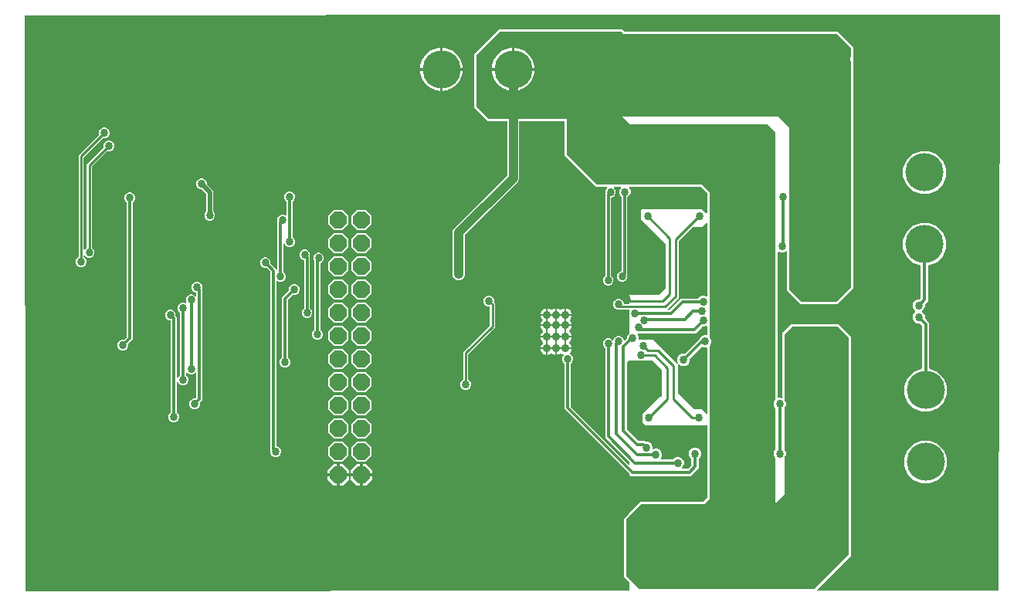
<source format=gbr>
G04 EAGLE Gerber RS-274X export*
G75*
%MOMM*%
%FSLAX34Y34*%
%LPD*%
%INBottom Copper*%
%IPPOS*%
%AMOC8*
5,1,8,0,0,1.08239X$1,22.5*%
G01*
%ADD10C,0.908000*%
%ADD11C,4.191000*%
%ADD12P,2.034460X8X292.500000*%
%ADD13C,0.856400*%
%ADD14C,0.254000*%
%ADD15C,0.756400*%
%ADD16C,0.304800*%
%ADD17C,0.508000*%
%ADD18C,1.016000*%

G36*
X671831Y10945D02*
X671831Y10945D01*
X671850Y10949D01*
X671869Y10946D01*
X671971Y10969D01*
X672074Y10985D01*
X672091Y10995D01*
X672110Y10999D01*
X672199Y11052D01*
X672291Y11101D01*
X672304Y11115D01*
X672321Y11125D01*
X672388Y11204D01*
X672460Y11279D01*
X672468Y11297D01*
X672481Y11312D01*
X672520Y11408D01*
X672563Y11503D01*
X672566Y11522D01*
X672573Y11540D01*
X672591Y11707D01*
X672591Y19653D01*
X672577Y19743D01*
X672569Y19834D01*
X672557Y19863D01*
X672552Y19895D01*
X672509Y19976D01*
X672473Y20060D01*
X672447Y20092D01*
X672436Y20113D01*
X672413Y20135D01*
X672368Y20191D01*
X665987Y26572D01*
X665987Y90268D01*
X671098Y95379D01*
X684432Y108713D01*
X752697Y108713D01*
X752787Y108727D01*
X752878Y108735D01*
X752907Y108747D01*
X752939Y108752D01*
X753020Y108795D01*
X753104Y108831D01*
X753136Y108857D01*
X753157Y108868D01*
X753179Y108891D01*
X753235Y108936D01*
X757204Y112905D01*
X757257Y112979D01*
X757317Y113048D01*
X757329Y113079D01*
X757348Y113105D01*
X757375Y113192D01*
X757409Y113277D01*
X757413Y113318D01*
X757420Y113340D01*
X757419Y113372D01*
X757427Y113443D01*
X757427Y191770D01*
X757424Y191790D01*
X757426Y191809D01*
X757404Y191911D01*
X757388Y192013D01*
X757378Y192030D01*
X757374Y192050D01*
X757321Y192139D01*
X757272Y192230D01*
X757258Y192244D01*
X757248Y192261D01*
X757169Y192328D01*
X757094Y192399D01*
X757076Y192408D01*
X757061Y192421D01*
X756965Y192460D01*
X756871Y192503D01*
X756851Y192505D01*
X756833Y192513D01*
X756666Y192531D01*
X689925Y192531D01*
X686561Y195895D01*
X686561Y205425D01*
X705165Y224029D01*
X707390Y224029D01*
X707410Y224032D01*
X707429Y224030D01*
X707531Y224052D01*
X707633Y224069D01*
X707650Y224078D01*
X707670Y224082D01*
X707759Y224135D01*
X707850Y224184D01*
X707864Y224198D01*
X707881Y224208D01*
X707948Y224287D01*
X708020Y224362D01*
X708028Y224380D01*
X708041Y224395D01*
X708080Y224491D01*
X708123Y224585D01*
X708125Y224605D01*
X708133Y224623D01*
X708151Y224790D01*
X708151Y252730D01*
X708137Y252820D01*
X708129Y252911D01*
X708117Y252941D01*
X708112Y252973D01*
X708069Y253053D01*
X708033Y253137D01*
X708007Y253169D01*
X707996Y253190D01*
X707973Y253212D01*
X707928Y253268D01*
X697768Y263428D01*
X697694Y263481D01*
X697625Y263541D01*
X697595Y263553D01*
X697569Y263572D01*
X697482Y263599D01*
X697397Y263633D01*
X697356Y263637D01*
X697333Y263644D01*
X697301Y263643D01*
X697230Y263651D01*
X671830Y263651D01*
X671740Y263637D01*
X671649Y263629D01*
X671619Y263617D01*
X671587Y263612D01*
X671507Y263569D01*
X671423Y263533D01*
X671391Y263507D01*
X671370Y263496D01*
X671348Y263473D01*
X671292Y263428D01*
X670022Y262158D01*
X669977Y262096D01*
X669949Y262066D01*
X669944Y262055D01*
X669909Y262015D01*
X669897Y261985D01*
X669878Y261959D01*
X669851Y261872D01*
X669817Y261787D01*
X669813Y261746D01*
X669806Y261723D01*
X669807Y261691D01*
X669799Y261620D01*
X669799Y188435D01*
X669814Y188345D01*
X669821Y188254D01*
X669833Y188224D01*
X669839Y188192D01*
X669881Y188112D01*
X669917Y188028D01*
X669943Y187996D01*
X669954Y187975D01*
X669977Y187953D01*
X670022Y187897D01*
X682181Y175738D01*
X682255Y175685D01*
X682324Y175625D01*
X682354Y175613D01*
X682380Y175594D01*
X682467Y175567D01*
X682552Y175533D01*
X682593Y175529D01*
X682616Y175522D01*
X682648Y175523D01*
X682719Y175515D01*
X688754Y175515D01*
X689583Y174686D01*
X689657Y174633D01*
X689726Y174573D01*
X689756Y174561D01*
X689782Y174542D01*
X689869Y174515D01*
X689954Y174481D01*
X689995Y174477D01*
X690018Y174470D01*
X690050Y174471D01*
X690121Y174463D01*
X692237Y174463D01*
X694745Y173424D01*
X696664Y171505D01*
X697703Y168997D01*
X697703Y167162D01*
X697710Y167117D01*
X697708Y167071D01*
X697730Y166996D01*
X697742Y166919D01*
X697764Y166879D01*
X697777Y166834D01*
X697821Y166770D01*
X697858Y166702D01*
X697891Y166670D01*
X697917Y166632D01*
X697979Y166586D01*
X698036Y166532D01*
X698078Y166513D01*
X698114Y166486D01*
X698188Y166461D01*
X698259Y166429D01*
X698305Y166424D01*
X698348Y166409D01*
X698426Y166410D01*
X698503Y166402D01*
X698548Y166411D01*
X698594Y166412D01*
X698726Y166450D01*
X698744Y166454D01*
X698748Y166456D01*
X698755Y166458D01*
X699683Y166843D01*
X702397Y166843D01*
X704905Y165804D01*
X706824Y163885D01*
X707863Y161377D01*
X707863Y158663D01*
X706862Y156247D01*
X706852Y156203D01*
X706832Y156161D01*
X706824Y156084D01*
X706806Y156008D01*
X706810Y155962D01*
X706805Y155917D01*
X706822Y155840D01*
X706829Y155763D01*
X706848Y155721D01*
X706857Y155676D01*
X706897Y155609D01*
X706929Y155538D01*
X706960Y155504D01*
X706984Y155465D01*
X707043Y155414D01*
X707095Y155357D01*
X707136Y155335D01*
X707171Y155305D01*
X707243Y155276D01*
X707311Y155239D01*
X707356Y155230D01*
X707399Y155213D01*
X707535Y155198D01*
X707553Y155195D01*
X707558Y155196D01*
X707565Y155195D01*
X719271Y155195D01*
X719361Y155209D01*
X719452Y155217D01*
X719481Y155229D01*
X719513Y155234D01*
X719594Y155277D01*
X719678Y155313D01*
X719710Y155339D01*
X719731Y155350D01*
X719753Y155373D01*
X719809Y155418D01*
X721305Y156914D01*
X723813Y157953D01*
X726527Y157953D01*
X729035Y156914D01*
X730954Y154995D01*
X731993Y152487D01*
X731993Y149773D01*
X730954Y147265D01*
X730023Y146334D01*
X729981Y146276D01*
X729932Y146224D01*
X729910Y146177D01*
X729880Y146135D01*
X729858Y146066D01*
X729828Y146001D01*
X729822Y145949D01*
X729807Y145899D01*
X729809Y145828D01*
X729801Y145757D01*
X729812Y145706D01*
X729814Y145654D01*
X729838Y145586D01*
X729853Y145516D01*
X729880Y145471D01*
X729898Y145423D01*
X729943Y145367D01*
X729980Y145305D01*
X730019Y145271D01*
X730052Y145231D01*
X730112Y145192D01*
X730166Y145145D01*
X730215Y145126D01*
X730259Y145098D01*
X730328Y145080D01*
X730395Y145053D01*
X730466Y145045D01*
X730497Y145037D01*
X730520Y145039D01*
X730561Y145035D01*
X735871Y145035D01*
X735961Y145049D01*
X736052Y145057D01*
X736082Y145069D01*
X736114Y145074D01*
X736194Y145117D01*
X736278Y145153D01*
X736310Y145179D01*
X736331Y145190D01*
X736353Y145213D01*
X736409Y145258D01*
X739932Y148781D01*
X739985Y148855D01*
X740045Y148924D01*
X740057Y148954D01*
X740076Y148980D01*
X740103Y149067D01*
X740137Y149152D01*
X740141Y149193D01*
X740148Y149216D01*
X740147Y149248D01*
X740155Y149319D01*
X740155Y155391D01*
X740141Y155481D01*
X740133Y155572D01*
X740121Y155601D01*
X740116Y155633D01*
X740073Y155714D01*
X740037Y155798D01*
X740011Y155830D01*
X740000Y155851D01*
X739977Y155873D01*
X739932Y155929D01*
X738436Y157425D01*
X737397Y159933D01*
X737397Y162647D01*
X738436Y165155D01*
X740355Y167074D01*
X742863Y168113D01*
X745577Y168113D01*
X748085Y167074D01*
X750004Y165155D01*
X751043Y162647D01*
X751043Y159933D01*
X750004Y157425D01*
X748508Y155929D01*
X748455Y155855D01*
X748395Y155785D01*
X748383Y155755D01*
X748364Y155729D01*
X748337Y155642D01*
X748303Y155557D01*
X748299Y155516D01*
X748292Y155494D01*
X748293Y155462D01*
X748285Y155391D01*
X748285Y145636D01*
X739554Y136905D01*
X673956Y136905D01*
X672591Y138270D01*
X672591Y139392D01*
X672577Y139482D01*
X672569Y139573D01*
X672557Y139603D01*
X672552Y139635D01*
X672509Y139715D01*
X672473Y139799D01*
X672447Y139831D01*
X672436Y139852D01*
X672413Y139874D01*
X672368Y139930D01*
X601471Y210827D01*
X601471Y259951D01*
X601457Y260042D01*
X601449Y260132D01*
X601437Y260162D01*
X601432Y260194D01*
X601389Y260275D01*
X601353Y260359D01*
X601327Y260391D01*
X601316Y260412D01*
X601293Y260434D01*
X601248Y260490D01*
X599597Y262141D01*
X598713Y264275D01*
X598713Y266585D01*
X599597Y268719D01*
X599827Y268949D01*
X599853Y268986D01*
X599887Y269017D01*
X599925Y269085D01*
X599970Y269148D01*
X599984Y269192D01*
X600006Y269232D01*
X600020Y269309D01*
X600042Y269383D01*
X600041Y269429D01*
X600049Y269474D01*
X600038Y269552D01*
X600036Y269629D01*
X600020Y269672D01*
X600014Y269718D01*
X599978Y269787D01*
X599952Y269860D01*
X599923Y269896D01*
X599902Y269937D01*
X599847Y269991D01*
X599798Y270052D01*
X599759Y270077D01*
X599727Y270109D01*
X599607Y270175D01*
X599591Y270185D01*
X599586Y270187D01*
X599580Y270190D01*
X598626Y270585D01*
X597466Y271360D01*
X597438Y271388D01*
X597422Y271400D01*
X597410Y271415D01*
X597322Y271471D01*
X597239Y271532D01*
X597219Y271537D01*
X597203Y271548D01*
X597102Y271574D01*
X597003Y271604D01*
X596984Y271603D01*
X596964Y271608D01*
X596861Y271600D01*
X596758Y271598D01*
X596739Y271591D01*
X596719Y271589D01*
X596624Y271549D01*
X596527Y271513D01*
X596511Y271501D01*
X596493Y271493D01*
X596362Y271388D01*
X596334Y271360D01*
X595174Y270585D01*
X593885Y270051D01*
X592819Y269839D01*
X592819Y275861D01*
X601742Y275861D01*
X601761Y275864D01*
X601781Y275862D01*
X601883Y275884D01*
X601985Y275900D01*
X601986Y275901D01*
X602013Y275889D01*
X602033Y275887D01*
X602051Y275879D01*
X602218Y275861D01*
X609001Y275861D01*
X608789Y274795D01*
X608255Y273506D01*
X607480Y272346D01*
X606972Y271839D01*
X606945Y271801D01*
X606912Y271770D01*
X606874Y271702D01*
X606829Y271639D01*
X606815Y271595D01*
X606793Y271555D01*
X606779Y271478D01*
X606756Y271404D01*
X606758Y271358D01*
X606749Y271313D01*
X606761Y271236D01*
X606763Y271158D01*
X606779Y271115D01*
X606785Y271069D01*
X606821Y271000D01*
X606847Y270927D01*
X606876Y270891D01*
X606897Y270850D01*
X606952Y270796D01*
X607001Y270735D01*
X607039Y270710D01*
X607072Y270678D01*
X607193Y270612D01*
X607208Y270602D01*
X607213Y270601D01*
X607219Y270597D01*
X607809Y270353D01*
X609443Y268719D01*
X610327Y266585D01*
X610327Y264275D01*
X609443Y262141D01*
X607792Y260490D01*
X607739Y260416D01*
X607679Y260346D01*
X607667Y260316D01*
X607648Y260290D01*
X607621Y260203D01*
X607587Y260118D01*
X607583Y260077D01*
X607576Y260055D01*
X607577Y260023D01*
X607569Y259951D01*
X607569Y213668D01*
X607583Y213578D01*
X607591Y213487D01*
X607603Y213457D01*
X607608Y213425D01*
X607651Y213345D01*
X607687Y213261D01*
X607713Y213229D01*
X607724Y213208D01*
X607747Y213186D01*
X607792Y213130D01*
X671292Y149630D01*
X671350Y149588D01*
X671402Y149539D01*
X671449Y149517D01*
X671491Y149486D01*
X671560Y149465D01*
X671625Y149435D01*
X671677Y149429D01*
X671727Y149414D01*
X671798Y149416D01*
X671869Y149408D01*
X671920Y149419D01*
X671972Y149420D01*
X672040Y149445D01*
X672110Y149460D01*
X672154Y149487D01*
X672203Y149505D01*
X672259Y149550D01*
X672321Y149586D01*
X672355Y149626D01*
X672395Y149658D01*
X672434Y149719D01*
X672481Y149773D01*
X672500Y149822D01*
X672528Y149865D01*
X672546Y149935D01*
X672573Y150001D01*
X672581Y150073D01*
X672589Y150104D01*
X672587Y150127D01*
X672591Y150168D01*
X672591Y152092D01*
X672577Y152182D01*
X672569Y152273D01*
X672557Y152303D01*
X672552Y152335D01*
X672509Y152415D01*
X672473Y152499D01*
X672447Y152531D01*
X672436Y152552D01*
X672413Y152574D01*
X672368Y152630D01*
X645921Y179077D01*
X645921Y276957D01*
X645907Y277048D01*
X645899Y277138D01*
X645887Y277168D01*
X645882Y277200D01*
X645839Y277281D01*
X645803Y277365D01*
X645777Y277397D01*
X645766Y277418D01*
X645743Y277440D01*
X645698Y277496D01*
X644047Y279147D01*
X643163Y281281D01*
X643163Y283591D01*
X644047Y285725D01*
X645681Y287359D01*
X647815Y288243D01*
X650125Y288243D01*
X652259Y287359D01*
X653609Y286009D01*
X653646Y285982D01*
X653677Y285948D01*
X653745Y285911D01*
X653809Y285866D01*
X653853Y285852D01*
X653893Y285830D01*
X653969Y285816D01*
X654044Y285793D01*
X654090Y285794D01*
X654135Y285786D01*
X654212Y285797D01*
X654290Y285800D01*
X654333Y285815D01*
X654378Y285822D01*
X654448Y285857D01*
X654521Y285884D01*
X654556Y285913D01*
X654597Y285933D01*
X654652Y285989D01*
X654713Y286038D01*
X654738Y286076D01*
X654770Y286109D01*
X654836Y286229D01*
X654846Y286245D01*
X654847Y286249D01*
X654851Y286256D01*
X655477Y287769D01*
X657111Y289403D01*
X659245Y290287D01*
X661555Y290287D01*
X663689Y289403D01*
X665323Y287769D01*
X666182Y285696D01*
X666206Y285656D01*
X666222Y285613D01*
X666270Y285553D01*
X666311Y285487D01*
X666347Y285457D01*
X666375Y285421D01*
X666441Y285379D01*
X666501Y285330D01*
X666544Y285313D01*
X666582Y285288D01*
X666658Y285269D01*
X666730Y285242D01*
X666776Y285240D01*
X666821Y285228D01*
X666898Y285234D01*
X666976Y285231D01*
X667020Y285244D01*
X667066Y285247D01*
X667138Y285278D01*
X667212Y285300D01*
X667250Y285326D01*
X667292Y285344D01*
X667399Y285429D01*
X667414Y285440D01*
X667417Y285444D01*
X667423Y285449D01*
X669610Y287636D01*
X669663Y287710D01*
X669723Y287779D01*
X669735Y287809D01*
X669754Y287835D01*
X669781Y287923D01*
X669815Y288007D01*
X669819Y288048D01*
X669826Y288071D01*
X669825Y288103D01*
X669833Y288174D01*
X669833Y289445D01*
X670717Y291579D01*
X672368Y293230D01*
X672421Y293304D01*
X672481Y293374D01*
X672493Y293404D01*
X672512Y293430D01*
X672539Y293517D01*
X672573Y293602D01*
X672577Y293643D01*
X672584Y293665D01*
X672583Y293697D01*
X672591Y293769D01*
X672591Y313127D01*
X672581Y313192D01*
X672580Y313258D01*
X672557Y313338D01*
X672552Y313370D01*
X672542Y313387D01*
X672533Y313419D01*
X672373Y313805D01*
X672373Y316115D01*
X672533Y316501D01*
X672548Y316565D01*
X672573Y316626D01*
X672582Y316709D01*
X672589Y316741D01*
X672588Y316760D01*
X672591Y316793D01*
X672591Y319024D01*
X672588Y319044D01*
X672590Y319063D01*
X672568Y319165D01*
X672552Y319267D01*
X672542Y319284D01*
X672538Y319304D01*
X672485Y319393D01*
X672436Y319484D01*
X672422Y319498D01*
X672412Y319515D01*
X672333Y319582D01*
X672258Y319654D01*
X672240Y319662D01*
X672225Y319675D01*
X672129Y319714D01*
X672035Y319757D01*
X672015Y319759D01*
X671997Y319767D01*
X671830Y319785D01*
X662846Y319785D01*
X662781Y319775D01*
X662716Y319774D01*
X662636Y319751D01*
X662603Y319746D01*
X662586Y319736D01*
X662555Y319727D01*
X661555Y319313D01*
X659245Y319313D01*
X657111Y320197D01*
X655477Y321831D01*
X654593Y323965D01*
X654593Y326275D01*
X655477Y328409D01*
X657111Y330043D01*
X659245Y330927D01*
X661555Y330927D01*
X663689Y330043D01*
X665323Y328409D01*
X666207Y326275D01*
X666207Y326136D01*
X666210Y326116D01*
X666208Y326097D01*
X666230Y325995D01*
X666246Y325893D01*
X666256Y325876D01*
X666260Y325856D01*
X666313Y325767D01*
X666362Y325676D01*
X666376Y325662D01*
X666386Y325645D01*
X666465Y325578D01*
X666540Y325506D01*
X666558Y325498D01*
X666573Y325485D01*
X666669Y325446D01*
X666763Y325403D01*
X666783Y325401D01*
X666801Y325393D01*
X666968Y325375D01*
X671830Y325375D01*
X671850Y325378D01*
X671869Y325376D01*
X671971Y325398D01*
X672073Y325414D01*
X672090Y325424D01*
X672110Y325428D01*
X672199Y325481D01*
X672290Y325530D01*
X672304Y325544D01*
X672321Y325554D01*
X672388Y325633D01*
X672460Y325708D01*
X672468Y325726D01*
X672481Y325741D01*
X672520Y325837D01*
X672563Y325931D01*
X672565Y325951D01*
X672573Y325969D01*
X672591Y326136D01*
X672591Y335789D01*
X704850Y335789D01*
X704940Y335804D01*
X705031Y335811D01*
X705061Y335823D01*
X705093Y335829D01*
X705173Y335871D01*
X705257Y335907D01*
X705289Y335933D01*
X705310Y335944D01*
X705332Y335967D01*
X705388Y336012D01*
X711738Y342362D01*
X711791Y342436D01*
X711851Y342505D01*
X711863Y342535D01*
X711882Y342561D01*
X711909Y342648D01*
X711943Y342733D01*
X711947Y342774D01*
X711954Y342797D01*
X711953Y342829D01*
X711961Y342900D01*
X711961Y391160D01*
X711947Y391250D01*
X711939Y391341D01*
X711927Y391371D01*
X711922Y391403D01*
X711879Y391483D01*
X711843Y391567D01*
X711817Y391599D01*
X711806Y391620D01*
X711783Y391642D01*
X711738Y391698D01*
X685291Y418145D01*
X685291Y428945D01*
X686115Y429769D01*
X751525Y429769D01*
X756128Y425166D01*
X756186Y425124D01*
X756238Y425074D01*
X756285Y425053D01*
X756327Y425022D01*
X756396Y425001D01*
X756461Y424971D01*
X756513Y424965D01*
X756563Y424950D01*
X756634Y424952D01*
X756705Y424944D01*
X756756Y424955D01*
X756808Y424956D01*
X756876Y424981D01*
X756946Y424996D01*
X756991Y425023D01*
X757039Y425041D01*
X757095Y425085D01*
X757157Y425122D01*
X757191Y425162D01*
X757231Y425194D01*
X757270Y425255D01*
X757317Y425309D01*
X757336Y425357D01*
X757364Y425401D01*
X757382Y425471D01*
X757409Y425537D01*
X757417Y425609D01*
X757425Y425640D01*
X757423Y425663D01*
X757427Y425704D01*
X757427Y446627D01*
X757413Y446717D01*
X757405Y446808D01*
X757393Y446837D01*
X757388Y446869D01*
X757345Y446950D01*
X757309Y447034D01*
X757283Y447066D01*
X757272Y447087D01*
X757249Y447109D01*
X757223Y447141D01*
X757222Y447143D01*
X757221Y447145D01*
X757204Y447165D01*
X750695Y453674D01*
X750621Y453727D01*
X750552Y453787D01*
X750521Y453799D01*
X750495Y453818D01*
X750408Y453845D01*
X750323Y453879D01*
X750282Y453883D01*
X750260Y453890D01*
X750228Y453889D01*
X750157Y453897D01*
X672649Y453897D01*
X672579Y453886D01*
X672507Y453884D01*
X672458Y453866D01*
X672407Y453858D01*
X672343Y453824D01*
X672276Y453799D01*
X672235Y453767D01*
X672189Y453742D01*
X672140Y453690D01*
X672084Y453646D01*
X672056Y453602D01*
X672020Y453564D01*
X671990Y453499D01*
X671951Y453439D01*
X671938Y453388D01*
X671916Y453341D01*
X671908Y453270D01*
X671891Y453200D01*
X671895Y453148D01*
X671889Y453097D01*
X671904Y453026D01*
X671910Y452955D01*
X671930Y452907D01*
X671941Y452856D01*
X671978Y452795D01*
X672006Y452729D01*
X672051Y452673D01*
X672068Y452645D01*
X672085Y452630D01*
X672111Y452598D01*
X672534Y452175D01*
X673573Y449667D01*
X673573Y446953D01*
X672534Y444445D01*
X672512Y444423D01*
X672493Y444475D01*
X672461Y444516D01*
X672436Y444562D01*
X672385Y444611D01*
X672340Y444667D01*
X672296Y444695D01*
X672258Y444731D01*
X672193Y444761D01*
X672133Y444800D01*
X672082Y444813D01*
X672035Y444835D01*
X671964Y444842D01*
X671894Y444860D01*
X671842Y444856D01*
X671791Y444862D01*
X671720Y444846D01*
X671649Y444841D01*
X671601Y444821D01*
X671550Y444809D01*
X671489Y444773D01*
X671423Y444745D01*
X671367Y444700D01*
X671355Y444693D01*
X671354Y444692D01*
X671339Y444683D01*
X671324Y444665D01*
X671292Y444640D01*
X670022Y443370D01*
X669969Y443296D01*
X669909Y443226D01*
X669897Y443196D01*
X669878Y443170D01*
X669851Y443083D01*
X669817Y442998D01*
X669813Y442957D01*
X669806Y442935D01*
X669807Y442903D01*
X669799Y442831D01*
X669799Y357433D01*
X669809Y357368D01*
X669810Y357303D01*
X669833Y357222D01*
X669838Y357190D01*
X669848Y357173D01*
X669857Y357141D01*
X670017Y356755D01*
X670017Y354445D01*
X669133Y352311D01*
X667499Y350677D01*
X665365Y349793D01*
X663055Y349793D01*
X660921Y350677D01*
X659287Y352311D01*
X658403Y354445D01*
X658403Y356755D01*
X659287Y358889D01*
X660921Y360523D01*
X663130Y361438D01*
X663183Y361446D01*
X663200Y361456D01*
X663220Y361460D01*
X663309Y361513D01*
X663400Y361562D01*
X663414Y361576D01*
X663431Y361586D01*
X663498Y361665D01*
X663570Y361740D01*
X663578Y361758D01*
X663591Y361773D01*
X663630Y361869D01*
X663673Y361963D01*
X663675Y361983D01*
X663683Y362001D01*
X663701Y362168D01*
X663701Y442831D01*
X663687Y442922D01*
X663679Y443012D01*
X663667Y443042D01*
X663662Y443074D01*
X663619Y443155D01*
X663583Y443239D01*
X663557Y443271D01*
X663546Y443292D01*
X663523Y443314D01*
X663478Y443370D01*
X661827Y445021D01*
X660943Y447155D01*
X660943Y449465D01*
X661827Y451599D01*
X662826Y452598D01*
X662868Y452656D01*
X662917Y452708D01*
X662939Y452755D01*
X662969Y452797D01*
X662990Y452866D01*
X663021Y452931D01*
X663026Y452983D01*
X663042Y453033D01*
X663040Y453104D01*
X663048Y453175D01*
X663037Y453226D01*
X663035Y453278D01*
X663011Y453346D01*
X662995Y453416D01*
X662969Y453461D01*
X662951Y453509D01*
X662906Y453565D01*
X662869Y453627D01*
X662830Y453661D01*
X662797Y453701D01*
X662737Y453740D01*
X662682Y453787D01*
X662634Y453806D01*
X662590Y453834D01*
X662521Y453852D01*
X662454Y453879D01*
X662383Y453887D01*
X662352Y453895D01*
X662328Y453893D01*
X662287Y453897D01*
X655973Y453897D01*
X655902Y453886D01*
X655830Y453884D01*
X655781Y453866D01*
X655730Y453858D01*
X655666Y453824D01*
X655599Y453799D01*
X655558Y453767D01*
X655512Y453742D01*
X655463Y453690D01*
X655407Y453646D01*
X655379Y453602D01*
X655343Y453564D01*
X655313Y453499D01*
X655274Y453439D01*
X655261Y453388D01*
X655239Y453341D01*
X655231Y453270D01*
X655214Y453200D01*
X655218Y453148D01*
X655212Y453097D01*
X655228Y453026D01*
X655233Y452955D01*
X655253Y452907D01*
X655265Y452856D01*
X655301Y452795D01*
X655329Y452729D01*
X655374Y452673D01*
X655391Y452645D01*
X655409Y452630D01*
X655434Y452598D01*
X656433Y451599D01*
X657317Y449465D01*
X657317Y447155D01*
X656433Y445021D01*
X654799Y443387D01*
X652590Y442472D01*
X652537Y442464D01*
X652520Y442454D01*
X652500Y442450D01*
X652411Y442397D01*
X652320Y442348D01*
X652306Y442334D01*
X652289Y442324D01*
X652222Y442245D01*
X652150Y442170D01*
X652142Y442152D01*
X652129Y442137D01*
X652090Y442041D01*
X652047Y441947D01*
X652045Y441927D01*
X652037Y441909D01*
X652019Y441742D01*
X652019Y357269D01*
X652033Y357178D01*
X652041Y357088D01*
X652053Y357058D01*
X652058Y357026D01*
X652101Y356945D01*
X652137Y356861D01*
X652163Y356829D01*
X652174Y356808D01*
X652197Y356786D01*
X652242Y356730D01*
X653893Y355079D01*
X654777Y352945D01*
X654777Y350635D01*
X653893Y348501D01*
X652259Y346867D01*
X650125Y345983D01*
X647815Y345983D01*
X645681Y346867D01*
X644047Y348501D01*
X643163Y350635D01*
X643163Y352945D01*
X644047Y355079D01*
X645698Y356730D01*
X645751Y356804D01*
X645811Y356874D01*
X645823Y356904D01*
X645842Y356930D01*
X645869Y357017D01*
X645903Y357102D01*
X645907Y357143D01*
X645914Y357165D01*
X645913Y357197D01*
X645921Y357269D01*
X645921Y446477D01*
X645911Y446542D01*
X645910Y446607D01*
X645887Y446688D01*
X645882Y446720D01*
X645872Y446737D01*
X645863Y446769D01*
X645703Y447155D01*
X645703Y449465D01*
X646587Y451599D01*
X647586Y452598D01*
X647628Y452656D01*
X647677Y452708D01*
X647699Y452755D01*
X647729Y452797D01*
X647750Y452866D01*
X647781Y452931D01*
X647786Y452983D01*
X647802Y453033D01*
X647800Y453104D01*
X647808Y453175D01*
X647797Y453226D01*
X647795Y453278D01*
X647771Y453346D01*
X647755Y453416D01*
X647729Y453461D01*
X647711Y453509D01*
X647666Y453565D01*
X647629Y453627D01*
X647590Y453661D01*
X647557Y453701D01*
X647497Y453740D01*
X647442Y453787D01*
X647394Y453806D01*
X647350Y453834D01*
X647281Y453852D01*
X647214Y453879D01*
X647143Y453887D01*
X647112Y453895D01*
X647088Y453893D01*
X647047Y453897D01*
X636172Y453897D01*
X601217Y488852D01*
X601217Y525526D01*
X601214Y525546D01*
X601216Y525565D01*
X601194Y525667D01*
X601178Y525769D01*
X601168Y525786D01*
X601164Y525806D01*
X601111Y525895D01*
X601062Y525986D01*
X601048Y526000D01*
X601038Y526017D01*
X600959Y526084D01*
X600884Y526156D01*
X600866Y526164D01*
X600851Y526177D01*
X600755Y526216D01*
X600661Y526259D01*
X600641Y526261D01*
X600623Y526269D01*
X600456Y526287D01*
X552196Y526287D01*
X552176Y526284D01*
X552157Y526286D01*
X552055Y526264D01*
X551953Y526248D01*
X551936Y526238D01*
X551916Y526234D01*
X551827Y526181D01*
X551736Y526132D01*
X551722Y526118D01*
X551705Y526108D01*
X551638Y526029D01*
X551566Y525954D01*
X551558Y525936D01*
X551545Y525921D01*
X551506Y525825D01*
X551463Y525731D01*
X551461Y525711D01*
X551453Y525693D01*
X551435Y525526D01*
X551435Y462236D01*
X550429Y459809D01*
X491968Y401347D01*
X491915Y401273D01*
X491855Y401204D01*
X491843Y401174D01*
X491824Y401147D01*
X491797Y401060D01*
X491763Y400976D01*
X491759Y400935D01*
X491752Y400912D01*
X491753Y400880D01*
X491745Y400809D01*
X491745Y356826D01*
X490739Y354399D01*
X488881Y352541D01*
X486454Y351535D01*
X483826Y351535D01*
X481399Y352541D01*
X479541Y354399D01*
X478535Y356826D01*
X478535Y405174D01*
X479541Y407601D01*
X538002Y466063D01*
X538055Y466137D01*
X538115Y466206D01*
X538127Y466236D01*
X538146Y466263D01*
X538173Y466350D01*
X538207Y466434D01*
X538211Y466475D01*
X538218Y466498D01*
X538217Y466530D01*
X538225Y466601D01*
X538225Y525526D01*
X538222Y525546D01*
X538224Y525565D01*
X538202Y525667D01*
X538186Y525769D01*
X538176Y525786D01*
X538172Y525806D01*
X538119Y525895D01*
X538070Y525986D01*
X538056Y526000D01*
X538046Y526017D01*
X537967Y526084D01*
X537892Y526156D01*
X537874Y526164D01*
X537859Y526177D01*
X537763Y526216D01*
X537669Y526259D01*
X537649Y526261D01*
X537631Y526269D01*
X537464Y526287D01*
X516792Y526287D01*
X502157Y540922D01*
X502157Y599538D01*
X504315Y601696D01*
X527334Y624715D01*
X529492Y626873D01*
X664308Y626873D01*
X666625Y624556D01*
X666699Y624503D01*
X666768Y624443D01*
X666799Y624431D01*
X666825Y624412D01*
X666912Y624385D01*
X666997Y624351D01*
X667038Y624347D01*
X667060Y624340D01*
X667092Y624341D01*
X667163Y624333D01*
X900528Y624333D01*
X902686Y622175D01*
X915545Y609316D01*
X917703Y607158D01*
X917703Y342802D01*
X900528Y325627D01*
X859692Y325627D01*
X845057Y340262D01*
X845057Y382721D01*
X845055Y382735D01*
X845056Y382747D01*
X845046Y382796D01*
X845044Y382863D01*
X845026Y382912D01*
X845018Y382963D01*
X844984Y383027D01*
X844959Y383094D01*
X844927Y383135D01*
X844902Y383181D01*
X844850Y383230D01*
X844806Y383286D01*
X844762Y383314D01*
X844724Y383350D01*
X844659Y383380D01*
X844599Y383419D01*
X844548Y383432D01*
X844501Y383454D01*
X844430Y383462D01*
X844360Y383479D01*
X844308Y383475D01*
X844257Y383481D01*
X844186Y383466D01*
X844115Y383460D01*
X844067Y383440D01*
X844016Y383429D01*
X843955Y383392D01*
X843889Y383364D01*
X843834Y383320D01*
X843823Y383314D01*
X843821Y383312D01*
X843805Y383302D01*
X843790Y383285D01*
X843758Y383259D01*
X843335Y382836D01*
X840827Y381797D01*
X838113Y381797D01*
X836205Y382587D01*
X836161Y382598D01*
X836119Y382617D01*
X836042Y382626D01*
X835966Y382644D01*
X835920Y382639D01*
X835875Y382644D01*
X835798Y382628D01*
X835721Y382620D01*
X835679Y382602D01*
X835634Y382592D01*
X835567Y382552D01*
X835496Y382520D01*
X835462Y382489D01*
X835423Y382466D01*
X835372Y382407D01*
X835315Y382354D01*
X835293Y382314D01*
X835263Y382279D01*
X835234Y382207D01*
X835197Y382139D01*
X835188Y382093D01*
X835171Y382051D01*
X835156Y381915D01*
X835153Y381897D01*
X835154Y381892D01*
X835153Y381884D01*
X835153Y223484D01*
X835156Y223464D01*
X835154Y223445D01*
X835176Y223343D01*
X835192Y223241D01*
X835202Y223224D01*
X835206Y223204D01*
X835259Y223115D01*
X835308Y223024D01*
X835322Y223010D01*
X835332Y222993D01*
X835411Y222926D01*
X835486Y222854D01*
X835504Y222846D01*
X835519Y222833D01*
X835615Y222794D01*
X835709Y222751D01*
X835729Y222749D01*
X835747Y222741D01*
X835914Y222723D01*
X838287Y222723D01*
X838925Y222459D01*
X838969Y222448D01*
X839011Y222429D01*
X839088Y222420D01*
X839164Y222402D01*
X839210Y222407D01*
X839255Y222402D01*
X839332Y222418D01*
X839409Y222426D01*
X839451Y222444D01*
X839496Y222454D01*
X839563Y222494D01*
X839634Y222526D01*
X839668Y222557D01*
X839707Y222580D01*
X839758Y222639D01*
X839815Y222692D01*
X839837Y222732D01*
X839867Y222767D01*
X839896Y222839D01*
X839933Y222907D01*
X839942Y222953D01*
X839959Y222995D01*
X839974Y223131D01*
X839977Y223149D01*
X839976Y223154D01*
X839977Y223162D01*
X839977Y293468D01*
X849532Y303023D01*
X901798Y303023D01*
X915163Y289658D01*
X915163Y49432D01*
X878217Y12487D01*
X878175Y12428D01*
X878126Y12376D01*
X878104Y12329D01*
X878074Y12287D01*
X878053Y12218D01*
X878022Y12153D01*
X878017Y12101D01*
X878002Y12052D01*
X878003Y11980D01*
X877996Y11908D01*
X878007Y11858D01*
X878008Y11806D01*
X878033Y11738D01*
X878048Y11668D01*
X878075Y11623D01*
X878092Y11575D01*
X878137Y11519D01*
X878174Y11457D01*
X878214Y11423D01*
X878246Y11383D01*
X878307Y11344D01*
X878362Y11297D01*
X878409Y11278D01*
X878453Y11250D01*
X878523Y11232D01*
X878590Y11205D01*
X878660Y11198D01*
X878691Y11190D01*
X878715Y11192D01*
X878757Y11187D01*
X1076420Y11418D01*
X1076439Y11421D01*
X1076457Y11419D01*
X1076560Y11441D01*
X1076663Y11458D01*
X1076679Y11467D01*
X1076698Y11471D01*
X1076788Y11524D01*
X1076880Y11573D01*
X1076893Y11587D01*
X1076909Y11596D01*
X1076977Y11676D01*
X1077049Y11752D01*
X1077057Y11769D01*
X1077069Y11783D01*
X1077108Y11880D01*
X1077153Y11975D01*
X1077155Y11994D01*
X1077162Y12011D01*
X1077181Y12178D01*
X1077768Y313689D01*
X1078408Y642354D01*
X1078405Y642375D01*
X1078407Y642396D01*
X1078385Y642496D01*
X1078369Y642597D01*
X1078359Y642615D01*
X1078354Y642636D01*
X1078302Y642724D01*
X1078254Y642814D01*
X1078239Y642829D01*
X1078228Y642847D01*
X1078150Y642913D01*
X1078076Y642984D01*
X1078057Y642993D01*
X1078041Y643007D01*
X1077946Y643045D01*
X1077853Y643088D01*
X1077832Y643090D01*
X1077813Y643098D01*
X1077646Y643117D01*
X664209Y642635D01*
X9672Y641872D01*
X9652Y641869D01*
X9632Y641871D01*
X9531Y641849D01*
X9430Y641832D01*
X9412Y641823D01*
X9392Y641818D01*
X9304Y641765D01*
X9212Y641717D01*
X9198Y641702D01*
X9181Y641692D01*
X9114Y641613D01*
X9043Y641538D01*
X9035Y641520D01*
X9022Y641504D01*
X8983Y641409D01*
X8940Y641315D01*
X8938Y641295D01*
X8930Y641276D01*
X8912Y641109D01*
X10139Y10933D01*
X10143Y10914D01*
X10141Y10894D01*
X10163Y10793D01*
X10180Y10691D01*
X10189Y10673D01*
X10193Y10654D01*
X10246Y10565D01*
X10295Y10473D01*
X10309Y10460D01*
X10319Y10443D01*
X10398Y10376D01*
X10474Y10304D01*
X10492Y10296D01*
X10507Y10283D01*
X10603Y10245D01*
X10697Y10201D01*
X10717Y10199D01*
X10735Y10192D01*
X10902Y10173D01*
X671831Y10945D01*
G37*
G36*
X875120Y13224D02*
X875120Y13224D01*
X875211Y13231D01*
X875241Y13243D01*
X875273Y13249D01*
X875353Y13291D01*
X875437Y13327D01*
X875469Y13353D01*
X875490Y13364D01*
X875512Y13387D01*
X875568Y13432D01*
X912398Y50262D01*
X912451Y50336D01*
X912511Y50405D01*
X912523Y50435D01*
X912542Y50461D01*
X912569Y50548D01*
X912603Y50633D01*
X912607Y50674D01*
X912614Y50697D01*
X912613Y50729D01*
X912621Y50800D01*
X912621Y288290D01*
X912607Y288380D01*
X912599Y288471D01*
X912587Y288501D01*
X912582Y288533D01*
X912539Y288613D01*
X912503Y288697D01*
X912477Y288729D01*
X912466Y288750D01*
X912443Y288772D01*
X912398Y288828D01*
X900968Y300258D01*
X900894Y300311D01*
X900825Y300371D01*
X900795Y300383D01*
X900769Y300402D01*
X900682Y300429D01*
X900597Y300463D01*
X900556Y300467D01*
X900533Y300474D01*
X900501Y300473D01*
X900430Y300481D01*
X850900Y300481D01*
X850810Y300467D01*
X850719Y300459D01*
X850689Y300447D01*
X850657Y300442D01*
X850577Y300399D01*
X850493Y300363D01*
X850461Y300337D01*
X850440Y300326D01*
X850418Y300303D01*
X850362Y300258D01*
X842742Y292638D01*
X842689Y292564D01*
X842629Y292495D01*
X842617Y292465D01*
X842598Y292439D01*
X842571Y292352D01*
X842537Y292267D01*
X842533Y292226D01*
X842526Y292203D01*
X842527Y292171D01*
X842519Y292100D01*
X842519Y220275D01*
X842534Y220185D01*
X842541Y220094D01*
X842553Y220065D01*
X842559Y220033D01*
X842577Y219999D01*
X842579Y219989D01*
X842602Y219949D01*
X842637Y219868D01*
X842663Y219836D01*
X842674Y219815D01*
X842694Y219796D01*
X842705Y219778D01*
X842711Y219773D01*
X843753Y217257D01*
X843753Y214543D01*
X842703Y212010D01*
X842689Y211989D01*
X842629Y211920D01*
X842617Y211889D01*
X842598Y211863D01*
X842571Y211776D01*
X842537Y211691D01*
X842533Y211650D01*
X842526Y211628D01*
X842527Y211596D01*
X842519Y211525D01*
X842519Y165665D01*
X842534Y165575D01*
X842541Y165484D01*
X842553Y165455D01*
X842559Y165423D01*
X842601Y165342D01*
X842637Y165258D01*
X842663Y165226D01*
X842674Y165205D01*
X842697Y165183D01*
X842708Y165169D01*
X843753Y162647D01*
X843753Y159933D01*
X842703Y157400D01*
X842689Y157379D01*
X842629Y157310D01*
X842617Y157279D01*
X842598Y157253D01*
X842571Y157166D01*
X842537Y157081D01*
X842533Y157040D01*
X842526Y157018D01*
X842527Y156986D01*
X842519Y156915D01*
X842519Y117155D01*
X832611Y107248D01*
X832611Y155645D01*
X832597Y155735D01*
X832589Y155826D01*
X832577Y155855D01*
X832572Y155887D01*
X832529Y155968D01*
X832493Y156052D01*
X832467Y156084D01*
X832456Y156105D01*
X832433Y156127D01*
X832388Y156183D01*
X831146Y157425D01*
X830107Y159933D01*
X830107Y162647D01*
X831146Y165155D01*
X832388Y166397D01*
X832441Y166471D01*
X832501Y166540D01*
X832513Y166571D01*
X832532Y166597D01*
X832559Y166684D01*
X832593Y166769D01*
X832597Y166810D01*
X832604Y166832D01*
X832603Y166864D01*
X832611Y166935D01*
X832611Y210255D01*
X832597Y210345D01*
X832589Y210436D01*
X832577Y210465D01*
X832572Y210497D01*
X832529Y210578D01*
X832493Y210662D01*
X832467Y210694D01*
X832456Y210715D01*
X832433Y210737D01*
X832388Y210793D01*
X831146Y212035D01*
X830107Y214543D01*
X830107Y217257D01*
X831146Y219765D01*
X832388Y221007D01*
X832441Y221081D01*
X832501Y221150D01*
X832513Y221181D01*
X832532Y221207D01*
X832559Y221294D01*
X832593Y221379D01*
X832597Y221420D01*
X832604Y221442D01*
X832603Y221474D01*
X832611Y221545D01*
X832611Y513080D01*
X832597Y513170D01*
X832589Y513261D01*
X832577Y513291D01*
X832572Y513323D01*
X832529Y513403D01*
X832493Y513487D01*
X832467Y513519D01*
X832456Y513540D01*
X832433Y513562D01*
X832388Y513618D01*
X823498Y522508D01*
X823424Y522561D01*
X823355Y522621D01*
X823325Y522633D01*
X823299Y522652D01*
X823212Y522679D01*
X823127Y522713D01*
X823086Y522717D01*
X823063Y522724D01*
X823031Y522723D01*
X822960Y522731D01*
X673415Y522731D01*
X664971Y531175D01*
X664971Y531369D01*
X835345Y531369D01*
X847599Y519115D01*
X847599Y341630D01*
X847614Y341540D01*
X847621Y341449D01*
X847633Y341419D01*
X847639Y341387D01*
X847681Y341307D01*
X847717Y341223D01*
X847743Y341191D01*
X847754Y341170D01*
X847777Y341148D01*
X847822Y341092D01*
X860522Y328392D01*
X860596Y328339D01*
X860665Y328279D01*
X860695Y328267D01*
X860721Y328248D01*
X860808Y328221D01*
X860893Y328187D01*
X860934Y328183D01*
X860957Y328176D01*
X860989Y328177D01*
X861060Y328169D01*
X899160Y328169D01*
X899250Y328184D01*
X899341Y328191D01*
X899371Y328203D01*
X899403Y328209D01*
X899483Y328251D01*
X899567Y328287D01*
X899599Y328313D01*
X899620Y328324D01*
X899642Y328347D01*
X899698Y328392D01*
X914938Y343632D01*
X914982Y343693D01*
X915015Y343727D01*
X915020Y343739D01*
X915051Y343775D01*
X915063Y343805D01*
X915082Y343831D01*
X915109Y343918D01*
X915143Y344003D01*
X915147Y344044D01*
X915154Y344067D01*
X915153Y344099D01*
X915161Y344170D01*
X915161Y591179D01*
X915151Y591244D01*
X915150Y591309D01*
X915127Y591389D01*
X915122Y591422D01*
X915112Y591439D01*
X915103Y591470D01*
X914427Y593102D01*
X914427Y595618D01*
X915103Y597250D01*
X915118Y597314D01*
X915143Y597374D01*
X915152Y597457D01*
X915159Y597489D01*
X915158Y597509D01*
X915161Y597541D01*
X915161Y605790D01*
X915147Y605880D01*
X915139Y605971D01*
X915127Y606001D01*
X915122Y606033D01*
X915079Y606113D01*
X915043Y606197D01*
X915017Y606229D01*
X915006Y606250D01*
X914983Y606272D01*
X914938Y606328D01*
X899698Y621568D01*
X899624Y621621D01*
X899555Y621681D01*
X899525Y621693D01*
X899499Y621712D01*
X899412Y621739D01*
X899327Y621773D01*
X899286Y621777D01*
X899263Y621784D01*
X899231Y621783D01*
X899160Y621791D01*
X664971Y621791D01*
X664971Y622300D01*
X664957Y622390D01*
X664949Y622481D01*
X664937Y622511D01*
X664932Y622543D01*
X664889Y622623D01*
X664853Y622707D01*
X664827Y622739D01*
X664816Y622760D01*
X664793Y622782D01*
X664748Y622838D01*
X663478Y624108D01*
X663404Y624161D01*
X663335Y624221D01*
X663305Y624233D01*
X663279Y624252D01*
X663192Y624279D01*
X663107Y624313D01*
X663066Y624317D01*
X663043Y624324D01*
X663011Y624323D01*
X662940Y624331D01*
X530860Y624331D01*
X530770Y624317D01*
X530679Y624309D01*
X530649Y624297D01*
X530617Y624292D01*
X530537Y624249D01*
X530453Y624213D01*
X530421Y624187D01*
X530400Y624176D01*
X530378Y624153D01*
X530322Y624108D01*
X504922Y598708D01*
X504869Y598634D01*
X504809Y598565D01*
X504797Y598535D01*
X504778Y598509D01*
X504751Y598422D01*
X504717Y598337D01*
X504713Y598296D01*
X504706Y598273D01*
X504707Y598241D01*
X504699Y598170D01*
X504699Y542290D01*
X504714Y542200D01*
X504721Y542109D01*
X504733Y542079D01*
X504739Y542047D01*
X504764Y541998D01*
X504765Y541998D01*
X504766Y541995D01*
X504781Y541967D01*
X504817Y541883D01*
X504843Y541851D01*
X504854Y541830D01*
X504877Y541808D01*
X504882Y541802D01*
X504891Y541787D01*
X504901Y541778D01*
X504922Y541752D01*
X517622Y529052D01*
X517696Y528999D01*
X517765Y528939D01*
X517795Y528927D01*
X517821Y528908D01*
X517908Y528881D01*
X517993Y528847D01*
X518034Y528843D01*
X518057Y528836D01*
X518089Y528837D01*
X518160Y528829D01*
X603759Y528829D01*
X603759Y490220D01*
X603774Y490130D01*
X603781Y490039D01*
X603793Y490009D01*
X603799Y489977D01*
X603841Y489897D01*
X603877Y489813D01*
X603903Y489781D01*
X603914Y489760D01*
X603937Y489738D01*
X603982Y489682D01*
X637002Y456662D01*
X637076Y456609D01*
X637145Y456549D01*
X637175Y456537D01*
X637201Y456518D01*
X637288Y456491D01*
X637373Y456457D01*
X637414Y456453D01*
X637437Y456446D01*
X637469Y456447D01*
X637540Y456439D01*
X751525Y456439D01*
X759969Y447995D01*
X759969Y289835D01*
X759984Y289745D01*
X759991Y289654D01*
X760003Y289625D01*
X760009Y289593D01*
X760051Y289512D01*
X760087Y289428D01*
X760113Y289396D01*
X760124Y289375D01*
X760147Y289353D01*
X760192Y289297D01*
X761144Y288345D01*
X762183Y285837D01*
X762183Y283123D01*
X761144Y280615D01*
X760192Y279663D01*
X760139Y279589D01*
X760079Y279520D01*
X760067Y279489D01*
X760048Y279463D01*
X760021Y279376D01*
X759987Y279291D01*
X759983Y279250D01*
X759976Y279228D01*
X759977Y279196D01*
X759969Y279125D01*
X759969Y112075D01*
X754065Y106171D01*
X685800Y106171D01*
X685710Y106157D01*
X685619Y106149D01*
X685589Y106137D01*
X685557Y106132D01*
X685477Y106089D01*
X685393Y106053D01*
X685361Y106027D01*
X685340Y106016D01*
X685318Y105993D01*
X685262Y105948D01*
X668752Y89438D01*
X668699Y89364D01*
X668639Y89295D01*
X668627Y89265D01*
X668608Y89239D01*
X668581Y89152D01*
X668547Y89067D01*
X668543Y89026D01*
X668536Y89003D01*
X668537Y88971D01*
X668529Y88900D01*
X668529Y27940D01*
X668544Y27850D01*
X668551Y27759D01*
X668563Y27729D01*
X668569Y27697D01*
X668611Y27617D01*
X668647Y27533D01*
X668673Y27501D01*
X668684Y27480D01*
X668707Y27458D01*
X668752Y27402D01*
X682722Y13432D01*
X682796Y13379D01*
X682865Y13319D01*
X682895Y13307D01*
X682921Y13288D01*
X683008Y13261D01*
X683093Y13227D01*
X683134Y13223D01*
X683157Y13216D01*
X683189Y13217D01*
X683260Y13209D01*
X875030Y13209D01*
X875120Y13224D01*
G37*
%LPC*%
G36*
X992276Y207644D02*
X992276Y207644D01*
X983641Y211221D01*
X977031Y217831D01*
X973454Y226466D01*
X973454Y235814D01*
X977031Y244449D01*
X983641Y251059D01*
X992415Y254693D01*
X992515Y254755D01*
X992615Y254815D01*
X992619Y254820D01*
X992624Y254823D01*
X992699Y254913D01*
X992775Y255002D01*
X992777Y255008D01*
X992781Y255012D01*
X992823Y255120D01*
X992867Y255230D01*
X992868Y255237D01*
X992869Y255242D01*
X992870Y255260D01*
X992885Y255397D01*
X992885Y301531D01*
X992871Y301621D01*
X992863Y301712D01*
X992851Y301742D01*
X992846Y301774D01*
X992803Y301854D01*
X992767Y301938D01*
X992741Y301970D01*
X992730Y301991D01*
X992707Y302013D01*
X992662Y302069D01*
X990627Y304104D01*
X990553Y304157D01*
X990484Y304217D01*
X990454Y304229D01*
X990428Y304248D01*
X990341Y304275D01*
X990256Y304309D01*
X990215Y304313D01*
X990193Y304320D01*
X990160Y304319D01*
X990089Y304327D01*
X987973Y304327D01*
X985465Y305366D01*
X983546Y307285D01*
X982507Y309793D01*
X982507Y312507D01*
X983546Y315015D01*
X985493Y316962D01*
X985505Y316978D01*
X985520Y316990D01*
X985576Y317078D01*
X985636Y317161D01*
X985642Y317180D01*
X985653Y317197D01*
X985678Y317298D01*
X985709Y317397D01*
X985708Y317416D01*
X985713Y317436D01*
X985705Y317539D01*
X985702Y317642D01*
X985696Y317661D01*
X985694Y317681D01*
X985654Y317776D01*
X985618Y317873D01*
X985605Y317889D01*
X985598Y317907D01*
X985493Y318038D01*
X983546Y319985D01*
X982507Y322493D01*
X982507Y325207D01*
X983546Y327715D01*
X985465Y329634D01*
X987973Y330673D01*
X990089Y330673D01*
X990179Y330687D01*
X990270Y330695D01*
X990300Y330707D01*
X990332Y330712D01*
X990412Y330755D01*
X990496Y330791D01*
X990528Y330817D01*
X990549Y330828D01*
X990571Y330851D01*
X990627Y330896D01*
X991392Y331661D01*
X991445Y331735D01*
X991505Y331804D01*
X991517Y331834D01*
X991536Y331860D01*
X991563Y331947D01*
X991597Y332032D01*
X991601Y332073D01*
X991608Y332096D01*
X991607Y332128D01*
X991615Y332199D01*
X991615Y366903D01*
X991596Y367018D01*
X991579Y367134D01*
X991577Y367140D01*
X991576Y367146D01*
X991521Y367249D01*
X991468Y367354D01*
X991463Y367358D01*
X991460Y367364D01*
X991376Y367443D01*
X991292Y367526D01*
X991286Y367529D01*
X991282Y367533D01*
X991265Y367541D01*
X991145Y367607D01*
X982371Y371241D01*
X975761Y377851D01*
X972184Y386486D01*
X972184Y395834D01*
X975761Y404469D01*
X982371Y411079D01*
X991006Y414656D01*
X1000354Y414656D01*
X1008989Y411079D01*
X1015599Y404469D01*
X1019176Y395834D01*
X1019176Y386486D01*
X1015599Y377851D01*
X1008989Y371241D01*
X1000215Y367607D01*
X1000115Y367545D01*
X1000015Y367485D01*
X1000011Y367480D01*
X1000006Y367477D01*
X999931Y367387D01*
X999855Y367298D01*
X999853Y367292D01*
X999849Y367288D01*
X999807Y367180D01*
X999763Y367070D01*
X999762Y367063D01*
X999761Y367058D01*
X999760Y367040D01*
X999745Y366903D01*
X999745Y328516D01*
X996376Y325147D01*
X996323Y325073D01*
X996263Y325004D01*
X996251Y324974D01*
X996232Y324948D01*
X996205Y324861D01*
X996171Y324776D01*
X996167Y324735D01*
X996160Y324712D01*
X996161Y324680D01*
X996153Y324609D01*
X996153Y322493D01*
X995114Y319985D01*
X993167Y318038D01*
X993155Y318022D01*
X993140Y318010D01*
X993084Y317922D01*
X993024Y317839D01*
X993018Y317820D01*
X993007Y317803D01*
X992982Y317702D01*
X992951Y317603D01*
X992952Y317584D01*
X992947Y317564D01*
X992955Y317461D01*
X992958Y317358D01*
X992964Y317339D01*
X992966Y317319D01*
X993006Y317224D01*
X993042Y317127D01*
X993054Y317111D01*
X993062Y317093D01*
X993167Y316962D01*
X995114Y315015D01*
X996153Y312507D01*
X996153Y310391D01*
X996167Y310301D01*
X996175Y310210D01*
X996187Y310180D01*
X996192Y310148D01*
X996235Y310068D01*
X996271Y309984D01*
X996297Y309952D01*
X996308Y309931D01*
X996331Y309909D01*
X996376Y309853D01*
X998411Y307818D01*
X1001015Y305214D01*
X1001015Y255397D01*
X1001034Y255282D01*
X1001051Y255166D01*
X1001053Y255160D01*
X1001054Y255154D01*
X1001109Y255051D01*
X1001162Y254946D01*
X1001167Y254942D01*
X1001170Y254936D01*
X1001254Y254857D01*
X1001338Y254774D01*
X1001344Y254771D01*
X1001348Y254767D01*
X1001365Y254759D01*
X1001485Y254693D01*
X1010259Y251059D01*
X1016869Y244449D01*
X1020446Y235814D01*
X1020446Y226466D01*
X1016869Y217831D01*
X1010259Y211221D01*
X1001624Y207644D01*
X992276Y207644D01*
G37*
%LPD*%
%LPC*%
G36*
X171565Y196123D02*
X171565Y196123D01*
X169431Y197007D01*
X167797Y198641D01*
X166913Y200775D01*
X166913Y203085D01*
X167797Y205219D01*
X169448Y206870D01*
X169501Y206944D01*
X169561Y207014D01*
X169573Y207044D01*
X169592Y207070D01*
X169619Y207157D01*
X169653Y207242D01*
X169657Y207283D01*
X169664Y207305D01*
X169663Y207337D01*
X169671Y207409D01*
X169671Y307122D01*
X169668Y307142D01*
X169670Y307161D01*
X169648Y307263D01*
X169632Y307365D01*
X169622Y307382D01*
X169618Y307402D01*
X169565Y307491D01*
X169516Y307582D01*
X169502Y307596D01*
X169492Y307613D01*
X169413Y307680D01*
X169338Y307752D01*
X169320Y307760D01*
X169305Y307773D01*
X169209Y307812D01*
X169115Y307855D01*
X169095Y307857D01*
X169077Y307865D01*
X168910Y307883D01*
X167755Y307883D01*
X165621Y308767D01*
X163987Y310401D01*
X163103Y312535D01*
X163103Y314845D01*
X163987Y316979D01*
X165621Y318613D01*
X167755Y319497D01*
X170065Y319497D01*
X172199Y318613D01*
X173833Y316979D01*
X174717Y314845D01*
X174717Y312510D01*
X174731Y312420D01*
X174739Y312329D01*
X174751Y312299D01*
X174756Y312267D01*
X174799Y312187D01*
X174835Y312103D01*
X174861Y312071D01*
X174872Y312050D01*
X174895Y312028D01*
X174940Y311972D01*
X175769Y311143D01*
X175769Y244403D01*
X175784Y244307D01*
X175794Y244210D01*
X175804Y244186D01*
X175808Y244160D01*
X175854Y244074D01*
X175894Y243985D01*
X175911Y243966D01*
X175924Y243942D01*
X175994Y243876D01*
X176060Y243804D01*
X176083Y243791D01*
X176102Y243773D01*
X176190Y243732D01*
X176276Y243685D01*
X176301Y243680D01*
X176325Y243669D01*
X176422Y243659D01*
X176518Y243641D01*
X176544Y243645D01*
X176569Y243642D01*
X176665Y243663D01*
X176761Y243677D01*
X176784Y243689D01*
X176810Y243695D01*
X176893Y243745D01*
X176980Y243789D01*
X176999Y243807D01*
X177021Y243821D01*
X177084Y243895D01*
X177152Y243964D01*
X177168Y243993D01*
X177181Y244008D01*
X177193Y244038D01*
X177233Y244111D01*
X177957Y245859D01*
X179608Y247510D01*
X179661Y247584D01*
X179721Y247654D01*
X179733Y247684D01*
X179752Y247710D01*
X179779Y247797D01*
X179813Y247882D01*
X179817Y247923D01*
X179824Y247945D01*
X179823Y247977D01*
X179831Y248049D01*
X179831Y315831D01*
X179817Y315922D01*
X179809Y316012D01*
X179797Y316042D01*
X179792Y316074D01*
X179749Y316155D01*
X179713Y316239D01*
X179687Y316271D01*
X179676Y316292D01*
X179653Y316314D01*
X179608Y316370D01*
X177957Y318021D01*
X177073Y320155D01*
X177073Y322465D01*
X177957Y324599D01*
X179591Y326233D01*
X181725Y327117D01*
X184035Y327117D01*
X185629Y326457D01*
X185699Y326440D01*
X185766Y326415D01*
X185818Y326412D01*
X185868Y326400D01*
X185940Y326407D01*
X186011Y326404D01*
X186061Y326419D01*
X186113Y326424D01*
X186179Y326453D01*
X186247Y326473D01*
X186290Y326502D01*
X186338Y326524D01*
X186391Y326572D01*
X186450Y326613D01*
X186481Y326655D01*
X186519Y326690D01*
X186554Y326753D01*
X186596Y326810D01*
X186612Y326860D01*
X186638Y326905D01*
X186650Y326976D01*
X186673Y327044D01*
X186672Y327096D01*
X186681Y327147D01*
X186671Y327218D01*
X186670Y327290D01*
X186650Y327359D01*
X186645Y327391D01*
X186635Y327412D01*
X186623Y327451D01*
X185963Y329045D01*
X185963Y331355D01*
X186847Y333489D01*
X188481Y335123D01*
X190615Y336007D01*
X192925Y336007D01*
X195059Y335123D01*
X196312Y333870D01*
X196370Y333828D01*
X196422Y333779D01*
X196469Y333757D01*
X196511Y333727D01*
X196580Y333706D01*
X196645Y333675D01*
X196697Y333670D01*
X196747Y333654D01*
X196818Y333656D01*
X196889Y333648D01*
X196940Y333659D01*
X196992Y333661D01*
X197060Y333685D01*
X197130Y333701D01*
X197175Y333727D01*
X197223Y333745D01*
X197279Y333790D01*
X197341Y333827D01*
X197375Y333866D01*
X197415Y333899D01*
X197454Y333959D01*
X197501Y334014D01*
X197520Y334062D01*
X197548Y334106D01*
X197566Y334175D01*
X197593Y334242D01*
X197601Y334313D01*
X197609Y334344D01*
X197607Y334368D01*
X197611Y334409D01*
X197611Y337602D01*
X197608Y337622D01*
X197610Y337641D01*
X197588Y337743D01*
X197572Y337845D01*
X197562Y337862D01*
X197558Y337882D01*
X197505Y337971D01*
X197456Y338062D01*
X197442Y338076D01*
X197432Y338093D01*
X197353Y338160D01*
X197278Y338232D01*
X197260Y338240D01*
X197245Y338253D01*
X197149Y338292D01*
X197055Y338335D01*
X197035Y338337D01*
X197017Y338345D01*
X197007Y338346D01*
X194831Y339247D01*
X193197Y340881D01*
X192313Y343015D01*
X192313Y345325D01*
X193197Y347459D01*
X194831Y349093D01*
X196965Y349977D01*
X199275Y349977D01*
X201409Y349093D01*
X203043Y347459D01*
X203927Y345325D01*
X203927Y343015D01*
X203767Y342629D01*
X203752Y342565D01*
X203727Y342504D01*
X203718Y342421D01*
X203711Y342389D01*
X203712Y342370D01*
X203709Y342337D01*
X203709Y219717D01*
X201610Y217618D01*
X201557Y217544D01*
X201497Y217475D01*
X201485Y217445D01*
X201466Y217418D01*
X201439Y217331D01*
X201405Y217247D01*
X201401Y217206D01*
X201394Y217183D01*
X201395Y217151D01*
X201387Y217080D01*
X201387Y214745D01*
X200503Y212611D01*
X198869Y210977D01*
X196735Y210093D01*
X194425Y210093D01*
X192291Y210977D01*
X190657Y212611D01*
X189773Y214745D01*
X189773Y217055D01*
X190657Y219189D01*
X192291Y220823D01*
X194425Y221707D01*
X196760Y221707D01*
X196850Y221721D01*
X196941Y221729D01*
X196971Y221741D01*
X197003Y221746D01*
X197083Y221789D01*
X197167Y221825D01*
X197199Y221851D01*
X197220Y221862D01*
X197242Y221885D01*
X197298Y221930D01*
X197388Y222020D01*
X197441Y222094D01*
X197443Y222096D01*
X197480Y222134D01*
X197484Y222143D01*
X197501Y222163D01*
X197513Y222193D01*
X197532Y222220D01*
X197557Y222300D01*
X197583Y222357D01*
X197585Y222371D01*
X197593Y222391D01*
X197597Y222432D01*
X197604Y222455D01*
X197603Y222487D01*
X197611Y222558D01*
X197611Y249791D01*
X197600Y249862D01*
X197598Y249934D01*
X197580Y249983D01*
X197572Y250034D01*
X197538Y250098D01*
X197513Y250165D01*
X197481Y250206D01*
X197456Y250252D01*
X197404Y250301D01*
X197360Y250357D01*
X197316Y250385D01*
X197278Y250421D01*
X197213Y250451D01*
X197153Y250490D01*
X197102Y250503D01*
X197055Y250525D01*
X196984Y250533D01*
X196914Y250550D01*
X196862Y250546D01*
X196811Y250552D01*
X196740Y250536D01*
X196669Y250531D01*
X196621Y250511D01*
X196570Y250499D01*
X196509Y250463D01*
X196443Y250435D01*
X196387Y250390D01*
X196359Y250373D01*
X196344Y250355D01*
X196312Y250330D01*
X195059Y249077D01*
X192925Y248193D01*
X190615Y248193D01*
X188481Y249077D01*
X187228Y250330D01*
X187170Y250372D01*
X187118Y250421D01*
X187071Y250443D01*
X187029Y250473D01*
X186960Y250494D01*
X186895Y250525D01*
X186843Y250530D01*
X186793Y250546D01*
X186722Y250544D01*
X186651Y250552D01*
X186600Y250541D01*
X186548Y250539D01*
X186480Y250515D01*
X186410Y250499D01*
X186365Y250473D01*
X186317Y250455D01*
X186261Y250410D01*
X186199Y250373D01*
X186165Y250334D01*
X186125Y250301D01*
X186086Y250241D01*
X186039Y250186D01*
X186020Y250138D01*
X185992Y250094D01*
X185974Y250025D01*
X185947Y249958D01*
X185939Y249887D01*
X185931Y249856D01*
X185933Y249832D01*
X185929Y249791D01*
X185929Y248049D01*
X185943Y247958D01*
X185951Y247868D01*
X185963Y247838D01*
X185968Y247806D01*
X186011Y247725D01*
X186047Y247641D01*
X186073Y247609D01*
X186084Y247588D01*
X186107Y247566D01*
X186152Y247510D01*
X187803Y245859D01*
X188687Y243725D01*
X188687Y241415D01*
X187803Y239281D01*
X186169Y237647D01*
X184035Y236763D01*
X181725Y236763D01*
X179591Y237647D01*
X177957Y239281D01*
X177233Y241029D01*
X177182Y241112D01*
X177136Y241198D01*
X177117Y241215D01*
X177104Y241238D01*
X177029Y241300D01*
X176958Y241367D01*
X176934Y241378D01*
X176914Y241395D01*
X176823Y241429D01*
X176735Y241471D01*
X176709Y241473D01*
X176685Y241483D01*
X176587Y241487D01*
X176491Y241498D01*
X176465Y241492D01*
X176439Y241493D01*
X176345Y241466D01*
X176250Y241445D01*
X176228Y241432D01*
X176203Y241425D01*
X176123Y241369D01*
X176039Y241319D01*
X176022Y241299D01*
X176001Y241284D01*
X175942Y241206D01*
X175879Y241132D01*
X175869Y241108D01*
X175854Y241087D01*
X175824Y240995D01*
X175787Y240904D01*
X175784Y240872D01*
X175778Y240853D01*
X175778Y240820D01*
X175769Y240737D01*
X175769Y207409D01*
X175783Y207318D01*
X175791Y207228D01*
X175803Y207198D01*
X175808Y207166D01*
X175851Y207085D01*
X175887Y207001D01*
X175913Y206969D01*
X175924Y206948D01*
X175947Y206926D01*
X175992Y206870D01*
X177643Y205219D01*
X178527Y203085D01*
X178527Y200775D01*
X177643Y198641D01*
X176009Y197007D01*
X173875Y196123D01*
X171565Y196123D01*
G37*
%LPD*%
%LPC*%
G36*
X283325Y158023D02*
X283325Y158023D01*
X281191Y158907D01*
X279557Y160541D01*
X278673Y162675D01*
X278673Y164985D01*
X278833Y165371D01*
X278848Y165435D01*
X278873Y165496D01*
X278882Y165579D01*
X278889Y165611D01*
X278888Y165630D01*
X278891Y165663D01*
X278891Y360372D01*
X278890Y360382D01*
X278890Y360388D01*
X278884Y360418D01*
X278877Y360462D01*
X278869Y360553D01*
X278857Y360583D01*
X278852Y360615D01*
X278809Y360695D01*
X278773Y360779D01*
X278747Y360811D01*
X278736Y360832D01*
X278713Y360854D01*
X278668Y360910D01*
X274768Y364810D01*
X274694Y364863D01*
X274625Y364923D01*
X274595Y364935D01*
X274568Y364954D01*
X274481Y364981D01*
X274397Y365015D01*
X274356Y365019D01*
X274333Y365026D01*
X274301Y365025D01*
X274230Y365033D01*
X271895Y365033D01*
X269761Y365917D01*
X268127Y367551D01*
X267243Y369685D01*
X267243Y371995D01*
X268127Y374129D01*
X269761Y375763D01*
X271895Y376647D01*
X274205Y376647D01*
X276339Y375763D01*
X277973Y374129D01*
X278857Y371995D01*
X278857Y369660D01*
X278871Y369570D01*
X278879Y369479D01*
X278891Y369449D01*
X278896Y369417D01*
X278939Y369337D01*
X278975Y369253D01*
X279001Y369221D01*
X279012Y369200D01*
X279035Y369178D01*
X279080Y369122D01*
X284989Y363213D01*
X284989Y361079D01*
X284990Y361071D01*
X284990Y361070D01*
X284991Y361064D01*
X285000Y361009D01*
X285002Y360938D01*
X285020Y360888D01*
X285028Y360836D01*
X285061Y360773D01*
X285086Y360707D01*
X285119Y360665D01*
X285144Y360618D01*
X285195Y360570D01*
X285239Y360514D01*
X285283Y360486D01*
X285322Y360449D01*
X285386Y360419D01*
X285445Y360381D01*
X285497Y360368D01*
X285545Y360345D01*
X285615Y360338D01*
X285684Y360320D01*
X285737Y360324D01*
X285789Y360318D01*
X285859Y360333D01*
X285929Y360339D01*
X285978Y360359D01*
X286030Y360371D01*
X286090Y360407D01*
X286156Y360434D01*
X286195Y360470D01*
X286241Y360497D01*
X286287Y360550D01*
X286340Y360597D01*
X286380Y360659D01*
X286401Y360684D01*
X286409Y360705D01*
X286431Y360738D01*
X286458Y360826D01*
X286493Y360912D01*
X286497Y360951D01*
X286504Y360973D01*
X286503Y361005D01*
X286511Y361079D01*
X286511Y415997D01*
X286501Y416062D01*
X286500Y416127D01*
X286477Y416208D01*
X286472Y416240D01*
X286462Y416257D01*
X286453Y416289D01*
X286293Y416675D01*
X286293Y418985D01*
X287177Y421119D01*
X288811Y422753D01*
X290945Y423637D01*
X293255Y423637D01*
X295405Y422746D01*
X295430Y422728D01*
X295482Y422679D01*
X295529Y422657D01*
X295571Y422627D01*
X295640Y422606D01*
X295705Y422575D01*
X295757Y422570D01*
X295806Y422554D01*
X295878Y422556D01*
X295949Y422548D01*
X296000Y422559D01*
X296052Y422561D01*
X296120Y422585D01*
X296190Y422601D01*
X296234Y422627D01*
X296283Y422645D01*
X296339Y422690D01*
X296401Y422727D01*
X296435Y422766D01*
X296475Y422799D01*
X296514Y422859D01*
X296561Y422914D01*
X296580Y422962D01*
X296608Y423006D01*
X296626Y423075D01*
X296653Y423142D01*
X296661Y423213D01*
X296669Y423244D01*
X296667Y423268D01*
X296671Y423309D01*
X296671Y437751D01*
X296657Y437842D01*
X296649Y437932D01*
X296637Y437962D01*
X296632Y437994D01*
X296589Y438075D01*
X296553Y438159D01*
X296527Y438191D01*
X296516Y438212D01*
X296493Y438234D01*
X296448Y438290D01*
X294797Y439941D01*
X293913Y442075D01*
X293913Y444385D01*
X294797Y446519D01*
X296431Y448153D01*
X298565Y449037D01*
X300875Y449037D01*
X303009Y448153D01*
X304643Y446519D01*
X305527Y444385D01*
X305527Y442075D01*
X304643Y439941D01*
X302992Y438290D01*
X302939Y438216D01*
X302879Y438146D01*
X302867Y438116D01*
X302848Y438090D01*
X302821Y438003D01*
X302787Y437918D01*
X302783Y437877D01*
X302776Y437855D01*
X302777Y437823D01*
X302769Y437751D01*
X302769Y399179D01*
X302776Y399133D01*
X302777Y399130D01*
X302783Y399088D01*
X302791Y398998D01*
X302803Y398968D01*
X302808Y398936D01*
X302826Y398902D01*
X302828Y398892D01*
X302853Y398852D01*
X302887Y398771D01*
X302913Y398739D01*
X302924Y398718D01*
X302944Y398699D01*
X302955Y398681D01*
X302968Y398670D01*
X302992Y398640D01*
X304643Y396989D01*
X305527Y394855D01*
X305527Y392545D01*
X304643Y390411D01*
X303009Y388777D01*
X300875Y387893D01*
X298565Y387893D01*
X296431Y388777D01*
X294797Y390411D01*
X294073Y392159D01*
X294022Y392242D01*
X293976Y392328D01*
X293957Y392345D01*
X293944Y392368D01*
X293869Y392430D01*
X293798Y392497D01*
X293774Y392508D01*
X293754Y392525D01*
X293663Y392559D01*
X293575Y392601D01*
X293549Y392603D01*
X293525Y392613D01*
X293427Y392617D01*
X293331Y392628D01*
X293305Y392622D01*
X293279Y392623D01*
X293185Y392596D01*
X293090Y392575D01*
X293068Y392562D01*
X293043Y392555D01*
X292963Y392499D01*
X292879Y392449D01*
X292862Y392429D01*
X292841Y392414D01*
X292782Y392336D01*
X292719Y392262D01*
X292709Y392238D01*
X292694Y392217D01*
X292664Y392125D01*
X292627Y392034D01*
X292624Y392002D01*
X292618Y391983D01*
X292618Y391950D01*
X292609Y391867D01*
X292609Y361079D01*
X292610Y361071D01*
X292610Y361070D01*
X292611Y361064D01*
X292623Y360988D01*
X292631Y360898D01*
X292643Y360868D01*
X292648Y360836D01*
X292691Y360755D01*
X292727Y360671D01*
X292753Y360639D01*
X292764Y360618D01*
X292787Y360596D01*
X292832Y360540D01*
X294483Y358889D01*
X295367Y356755D01*
X295367Y354445D01*
X294483Y352311D01*
X292849Y350677D01*
X290715Y349793D01*
X288405Y349793D01*
X286255Y350684D01*
X286230Y350702D01*
X286178Y350751D01*
X286131Y350773D01*
X286089Y350803D01*
X286020Y350824D01*
X285955Y350855D01*
X285903Y350860D01*
X285854Y350876D01*
X285782Y350874D01*
X285711Y350882D01*
X285660Y350871D01*
X285608Y350869D01*
X285540Y350845D01*
X285470Y350829D01*
X285426Y350803D01*
X285377Y350785D01*
X285321Y350740D01*
X285259Y350703D01*
X285225Y350664D01*
X285185Y350631D01*
X285146Y350571D01*
X285099Y350516D01*
X285080Y350468D01*
X285052Y350424D01*
X285034Y350355D01*
X285007Y350288D01*
X284999Y350217D01*
X284991Y350186D01*
X284993Y350162D01*
X284989Y350121D01*
X284989Y170398D01*
X284992Y170378D01*
X284990Y170359D01*
X285012Y170257D01*
X285028Y170155D01*
X285038Y170138D01*
X285042Y170118D01*
X285095Y170029D01*
X285144Y169938D01*
X285158Y169924D01*
X285168Y169907D01*
X285247Y169840D01*
X285322Y169768D01*
X285340Y169760D01*
X285355Y169747D01*
X285451Y169708D01*
X285545Y169665D01*
X285565Y169663D01*
X285583Y169655D01*
X285593Y169654D01*
X287769Y168753D01*
X289403Y167119D01*
X290287Y164985D01*
X290287Y162675D01*
X289403Y160541D01*
X287769Y158907D01*
X285635Y158023D01*
X283325Y158023D01*
G37*
%LPD*%
G36*
X715641Y319039D02*
X715641Y319039D01*
X715732Y319047D01*
X715762Y319059D01*
X715794Y319064D01*
X715874Y319107D01*
X715958Y319143D01*
X715990Y319169D01*
X716011Y319180D01*
X716033Y319203D01*
X716089Y319248D01*
X728566Y331725D01*
X747211Y331725D01*
X747301Y331739D01*
X747392Y331747D01*
X747421Y331759D01*
X747453Y331764D01*
X747534Y331807D01*
X747618Y331843D01*
X747650Y331869D01*
X747671Y331880D01*
X747693Y331903D01*
X747749Y331948D01*
X749245Y333444D01*
X751753Y334483D01*
X754467Y334483D01*
X756375Y333693D01*
X756419Y333682D01*
X756461Y333663D01*
X756538Y333654D01*
X756614Y333636D01*
X756660Y333641D01*
X756705Y333636D01*
X756782Y333652D01*
X756859Y333659D01*
X756901Y333678D01*
X756946Y333688D01*
X757013Y333728D01*
X757084Y333759D01*
X757118Y333791D01*
X757157Y333814D01*
X757208Y333873D01*
X757265Y333926D01*
X757287Y333966D01*
X757317Y334001D01*
X757346Y334073D01*
X757383Y334141D01*
X757392Y334187D01*
X757409Y334229D01*
X757424Y334365D01*
X757427Y334383D01*
X757426Y334388D01*
X757427Y334396D01*
X757427Y413766D01*
X757416Y413837D01*
X757414Y413908D01*
X757396Y413957D01*
X757388Y414009D01*
X757354Y414072D01*
X757329Y414139D01*
X757297Y414180D01*
X757272Y414226D01*
X757221Y414275D01*
X757176Y414331D01*
X757132Y414360D01*
X757094Y414396D01*
X757029Y414426D01*
X756969Y414464D01*
X756918Y414477D01*
X756871Y414499D01*
X756800Y414507D01*
X756730Y414525D01*
X756678Y414520D01*
X756627Y414526D01*
X756556Y414511D01*
X756485Y414505D01*
X756437Y414485D01*
X756386Y414474D01*
X756325Y414437D01*
X756259Y414409D01*
X756203Y414364D01*
X756175Y414348D01*
X756160Y414330D01*
X756128Y414304D01*
X751525Y409701D01*
X741796Y409701D01*
X741706Y409687D01*
X741615Y409679D01*
X741585Y409667D01*
X741553Y409662D01*
X741472Y409619D01*
X741388Y409583D01*
X741356Y409557D01*
X741336Y409546D01*
X741313Y409523D01*
X741257Y409478D01*
X726664Y394884D01*
X726611Y394811D01*
X726551Y394741D01*
X726539Y394711D01*
X726520Y394685D01*
X726493Y394598D01*
X726459Y394513D01*
X726455Y394472D01*
X726448Y394450D01*
X726449Y394417D01*
X726441Y394346D01*
X726441Y332432D01*
X715234Y321224D01*
X714333Y320324D01*
X714292Y320266D01*
X714242Y320214D01*
X714220Y320167D01*
X714190Y320125D01*
X714169Y320056D01*
X714139Y319991D01*
X714133Y319939D01*
X714118Y319889D01*
X714119Y319818D01*
X714112Y319747D01*
X714123Y319696D01*
X714124Y319644D01*
X714149Y319576D01*
X714164Y319506D01*
X714190Y319461D01*
X714208Y319413D01*
X714253Y319357D01*
X714290Y319295D01*
X714330Y319261D01*
X714362Y319221D01*
X714422Y319182D01*
X714477Y319135D01*
X714525Y319116D01*
X714569Y319088D01*
X714638Y319070D01*
X714705Y319043D01*
X714776Y319035D01*
X714807Y319027D01*
X714831Y319029D01*
X714872Y319025D01*
X715551Y319025D01*
X715641Y319039D01*
G37*
%LPC*%
G36*
X69965Y366303D02*
X69965Y366303D01*
X67831Y367187D01*
X66197Y368821D01*
X65313Y370955D01*
X65313Y373265D01*
X66197Y375399D01*
X67831Y377033D01*
X67855Y377043D01*
X67954Y377104D01*
X68055Y377164D01*
X68059Y377169D01*
X68064Y377172D01*
X68139Y377262D01*
X68215Y377351D01*
X68217Y377357D01*
X68221Y377362D01*
X68263Y377470D01*
X68307Y377579D01*
X68308Y377587D01*
X68309Y377592D01*
X68310Y377610D01*
X68325Y377746D01*
X68325Y488838D01*
X70185Y490698D01*
X90558Y511071D01*
X90626Y511165D01*
X90696Y511260D01*
X90698Y511266D01*
X90702Y511271D01*
X90736Y511382D01*
X90773Y511493D01*
X90773Y511500D01*
X90774Y511506D01*
X90771Y511623D01*
X90770Y511739D01*
X90768Y511747D01*
X90768Y511751D01*
X90762Y511769D01*
X90723Y511901D01*
X90713Y511925D01*
X90713Y514235D01*
X91597Y516369D01*
X93231Y518003D01*
X95365Y518887D01*
X97675Y518887D01*
X99809Y518003D01*
X101443Y516369D01*
X102327Y514235D01*
X102327Y511925D01*
X101443Y509791D01*
X99809Y508157D01*
X97675Y507273D01*
X95365Y507273D01*
X95341Y507283D01*
X95227Y507310D01*
X95113Y507339D01*
X95107Y507338D01*
X95101Y507340D01*
X94984Y507329D01*
X94868Y507320D01*
X94862Y507317D01*
X94856Y507317D01*
X94749Y507269D01*
X94642Y507223D01*
X94636Y507219D01*
X94631Y507217D01*
X94618Y507204D01*
X94511Y507118D01*
X74138Y486745D01*
X74085Y486671D01*
X74025Y486602D01*
X74013Y486572D01*
X73994Y486546D01*
X73967Y486459D01*
X73933Y486374D01*
X73929Y486333D01*
X73922Y486311D01*
X73923Y486278D01*
X73915Y486207D01*
X73915Y386225D01*
X73918Y386207D01*
X73916Y386192D01*
X73927Y386142D01*
X73928Y386082D01*
X73946Y386033D01*
X73954Y385982D01*
X73966Y385960D01*
X73968Y385951D01*
X73989Y385917D01*
X74013Y385851D01*
X74045Y385810D01*
X74070Y385764D01*
X74093Y385742D01*
X74094Y385740D01*
X74104Y385732D01*
X74122Y385715D01*
X74166Y385659D01*
X74210Y385631D01*
X74248Y385595D01*
X74313Y385565D01*
X74373Y385526D01*
X74424Y385513D01*
X74471Y385491D01*
X74542Y385483D01*
X74612Y385466D01*
X74664Y385470D01*
X74715Y385464D01*
X74786Y385480D01*
X74857Y385485D01*
X74905Y385505D01*
X74918Y385508D01*
X74925Y385509D01*
X74927Y385510D01*
X74956Y385517D01*
X75017Y385553D01*
X75083Y385581D01*
X75127Y385616D01*
X75143Y385625D01*
X75151Y385633D01*
X75167Y385643D01*
X75182Y385661D01*
X75214Y385686D01*
X76721Y387193D01*
X76745Y387203D01*
X76844Y387264D01*
X76945Y387324D01*
X76949Y387329D01*
X76954Y387332D01*
X77029Y387422D01*
X77105Y387511D01*
X77107Y387517D01*
X77111Y387522D01*
X77153Y387630D01*
X77197Y387739D01*
X77198Y387747D01*
X77199Y387752D01*
X77200Y387770D01*
X77215Y387906D01*
X77215Y478678D01*
X79075Y480538D01*
X95638Y497101D01*
X95706Y497195D01*
X95776Y497290D01*
X95778Y497296D01*
X95782Y497301D01*
X95816Y497412D01*
X95853Y497523D01*
X95853Y497530D01*
X95854Y497536D01*
X95851Y497653D01*
X95850Y497769D01*
X95848Y497777D01*
X95848Y497781D01*
X95842Y497799D01*
X95803Y497931D01*
X95793Y497955D01*
X95793Y500265D01*
X96677Y502399D01*
X98311Y504033D01*
X100445Y504917D01*
X102755Y504917D01*
X104889Y504033D01*
X106523Y502399D01*
X107407Y500265D01*
X107407Y497955D01*
X106523Y495821D01*
X104889Y494187D01*
X102755Y493303D01*
X100445Y493303D01*
X100421Y493313D01*
X100307Y493340D01*
X100193Y493369D01*
X100187Y493368D01*
X100181Y493370D01*
X100064Y493359D01*
X99948Y493350D01*
X99942Y493347D01*
X99936Y493347D01*
X99829Y493299D01*
X99722Y493253D01*
X99716Y493249D01*
X99711Y493247D01*
X99698Y493234D01*
X99591Y493148D01*
X83028Y476585D01*
X82984Y476525D01*
X82948Y476487D01*
X82941Y476473D01*
X82915Y476442D01*
X82903Y476412D01*
X82884Y476386D01*
X82857Y476299D01*
X82823Y476214D01*
X82819Y476173D01*
X82812Y476151D01*
X82813Y476118D01*
X82805Y476047D01*
X82805Y387906D01*
X82824Y387791D01*
X82841Y387675D01*
X82843Y387670D01*
X82844Y387663D01*
X82899Y387560D01*
X82952Y387456D01*
X82957Y387452D01*
X82960Y387446D01*
X83044Y387366D01*
X83128Y387284D01*
X83134Y387280D01*
X83138Y387277D01*
X83155Y387269D01*
X83275Y387203D01*
X83299Y387193D01*
X84933Y385559D01*
X85817Y383425D01*
X85817Y381115D01*
X84933Y378981D01*
X83299Y377347D01*
X81165Y376463D01*
X78855Y376463D01*
X76721Y377347D01*
X75214Y378854D01*
X75156Y378896D01*
X75104Y378945D01*
X75057Y378967D01*
X75015Y378997D01*
X74946Y379018D01*
X74881Y379049D01*
X74829Y379054D01*
X74779Y379070D01*
X74708Y379068D01*
X74637Y379076D01*
X74586Y379065D01*
X74534Y379063D01*
X74466Y379039D01*
X74396Y379023D01*
X74351Y378997D01*
X74303Y378979D01*
X74247Y378934D01*
X74185Y378897D01*
X74151Y378858D01*
X74111Y378825D01*
X74072Y378765D01*
X74025Y378710D01*
X74006Y378662D01*
X73978Y378618D01*
X73960Y378549D01*
X73933Y378482D01*
X73925Y378411D01*
X73917Y378380D01*
X73919Y378356D01*
X73915Y378315D01*
X73915Y377746D01*
X73934Y377631D01*
X73951Y377515D01*
X73953Y377510D01*
X73954Y377503D01*
X74009Y377400D01*
X74062Y377296D01*
X74067Y377292D01*
X74070Y377286D01*
X74154Y377206D01*
X74238Y377124D01*
X74244Y377120D01*
X74248Y377117D01*
X74265Y377109D01*
X74385Y377043D01*
X74409Y377033D01*
X76043Y375399D01*
X76927Y373265D01*
X76927Y370955D01*
X76043Y368821D01*
X74409Y367187D01*
X72275Y366303D01*
X69965Y366303D01*
G37*
%LPD*%
%LPC*%
G36*
X992276Y128904D02*
X992276Y128904D01*
X983641Y132481D01*
X977031Y139091D01*
X973454Y147726D01*
X973454Y157074D01*
X977031Y165709D01*
X983641Y172319D01*
X992276Y175896D01*
X1001624Y175896D01*
X1010259Y172319D01*
X1016869Y165709D01*
X1020446Y157074D01*
X1020446Y147726D01*
X1016869Y139091D01*
X1010259Y132481D01*
X1001624Y128904D01*
X992276Y128904D01*
G37*
%LPD*%
%LPC*%
G36*
X991006Y446404D02*
X991006Y446404D01*
X982371Y449981D01*
X975761Y456591D01*
X972184Y465226D01*
X972184Y474574D01*
X975761Y483209D01*
X982371Y489819D01*
X991006Y493396D01*
X1000354Y493396D01*
X1008989Y489819D01*
X1015599Y483209D01*
X1019176Y474574D01*
X1019176Y465226D01*
X1015599Y456591D01*
X1008989Y449981D01*
X1000354Y446404D01*
X991006Y446404D01*
G37*
%LPD*%
G36*
X756756Y205245D02*
X756756Y205245D01*
X756808Y205246D01*
X756876Y205271D01*
X756946Y205286D01*
X756991Y205313D01*
X757039Y205331D01*
X757095Y205375D01*
X757157Y205412D01*
X757191Y205452D01*
X757231Y205484D01*
X757270Y205545D01*
X757317Y205599D01*
X757336Y205647D01*
X757364Y205691D01*
X757382Y205761D01*
X757409Y205827D01*
X757417Y205899D01*
X757425Y205930D01*
X757423Y205953D01*
X757427Y205994D01*
X757427Y276896D01*
X757426Y276903D01*
X757426Y276904D01*
X757424Y276916D01*
X757426Y276935D01*
X757404Y277037D01*
X757388Y277139D01*
X757378Y277156D01*
X757374Y277176D01*
X757321Y277265D01*
X757272Y277356D01*
X757258Y277370D01*
X757248Y277387D01*
X757169Y277454D01*
X757094Y277526D01*
X757076Y277534D01*
X757061Y277547D01*
X756965Y277586D01*
X756871Y277629D01*
X756851Y277631D01*
X756833Y277639D01*
X756666Y277657D01*
X754003Y277657D01*
X752184Y278411D01*
X752070Y278437D01*
X751957Y278466D01*
X751950Y278466D01*
X751944Y278467D01*
X751828Y278456D01*
X751711Y278447D01*
X751706Y278444D01*
X751699Y278444D01*
X751592Y278396D01*
X751485Y278351D01*
X751479Y278346D01*
X751475Y278344D01*
X751461Y278331D01*
X751354Y278246D01*
X738566Y265457D01*
X738513Y265383D01*
X738453Y265314D01*
X738441Y265284D01*
X738422Y265258D01*
X738395Y265171D01*
X738361Y265086D01*
X738357Y265045D01*
X738350Y265022D01*
X738351Y264990D01*
X738343Y264919D01*
X738343Y262803D01*
X737304Y260295D01*
X735385Y258376D01*
X732877Y257337D01*
X730163Y257337D01*
X727655Y258376D01*
X726978Y259053D01*
X726920Y259095D01*
X726868Y259144D01*
X726821Y259166D01*
X726779Y259196D01*
X726710Y259218D01*
X726645Y259248D01*
X726593Y259253D01*
X726543Y259269D01*
X726472Y259267D01*
X726401Y259275D01*
X726350Y259264D01*
X726298Y259262D01*
X726230Y259238D01*
X726160Y259223D01*
X726116Y259196D01*
X726067Y259178D01*
X726011Y259133D01*
X725949Y259096D01*
X725915Y259057D01*
X725875Y259024D01*
X725836Y258964D01*
X725789Y258910D01*
X725770Y258861D01*
X725742Y258817D01*
X725724Y258748D01*
X725697Y258681D01*
X725689Y258610D01*
X725681Y258579D01*
X725683Y258556D01*
X725679Y258515D01*
X725679Y228600D01*
X725694Y228510D01*
X725701Y228419D01*
X725713Y228389D01*
X725719Y228357D01*
X725761Y228277D01*
X725797Y228193D01*
X725823Y228161D01*
X725834Y228140D01*
X725857Y228118D01*
X725902Y228062D01*
X743682Y210282D01*
X743756Y210229D01*
X743825Y210169D01*
X743855Y210157D01*
X743881Y210138D01*
X743968Y210111D01*
X744053Y210077D01*
X744094Y210073D01*
X744117Y210066D01*
X744149Y210067D01*
X744220Y210059D01*
X751525Y210059D01*
X756128Y205456D01*
X756186Y205414D01*
X756238Y205364D01*
X756285Y205343D01*
X756327Y205312D01*
X756396Y205291D01*
X756461Y205261D01*
X756513Y205255D01*
X756563Y205240D01*
X756634Y205242D01*
X756705Y205234D01*
X756756Y205245D01*
G37*
%LPC*%
G36*
X115685Y274863D02*
X115685Y274863D01*
X113551Y275747D01*
X111917Y277381D01*
X111033Y279515D01*
X111033Y281825D01*
X111917Y283959D01*
X113551Y285593D01*
X115685Y286477D01*
X118020Y286477D01*
X118110Y286491D01*
X118201Y286499D01*
X118231Y286511D01*
X118263Y286516D01*
X118343Y286559D01*
X118427Y286595D01*
X118459Y286621D01*
X118480Y286632D01*
X118502Y286655D01*
X118558Y286700D01*
X121188Y289330D01*
X121241Y289404D01*
X121301Y289473D01*
X121313Y289503D01*
X121332Y289530D01*
X121359Y289617D01*
X121393Y289701D01*
X121397Y289742D01*
X121404Y289765D01*
X121403Y289797D01*
X121411Y289868D01*
X121411Y436481D01*
X121409Y436498D01*
X121410Y436513D01*
X121396Y436579D01*
X121389Y436662D01*
X121377Y436692D01*
X121372Y436724D01*
X121359Y436747D01*
X121358Y436753D01*
X121342Y436781D01*
X121329Y436805D01*
X121293Y436889D01*
X121267Y436921D01*
X121256Y436942D01*
X121233Y436964D01*
X121188Y437020D01*
X119537Y438671D01*
X118653Y440805D01*
X118653Y443115D01*
X119537Y445249D01*
X121171Y446883D01*
X123305Y447767D01*
X125615Y447767D01*
X127749Y446883D01*
X129383Y445249D01*
X130267Y443115D01*
X130267Y440805D01*
X129383Y438671D01*
X127732Y437020D01*
X127679Y436946D01*
X127643Y436904D01*
X127640Y436902D01*
X127640Y436901D01*
X127619Y436876D01*
X127607Y436846D01*
X127588Y436820D01*
X127561Y436733D01*
X127556Y436720D01*
X127537Y436678D01*
X127536Y436670D01*
X127527Y436648D01*
X127523Y436607D01*
X127516Y436585D01*
X127517Y436553D01*
X127509Y436481D01*
X127509Y287027D01*
X122870Y282388D01*
X122817Y282314D01*
X122757Y282245D01*
X122745Y282215D01*
X122726Y282188D01*
X122699Y282101D01*
X122665Y282017D01*
X122661Y281976D01*
X122654Y281953D01*
X122655Y281921D01*
X122647Y281850D01*
X122647Y279515D01*
X121763Y277381D01*
X120129Y275747D01*
X117995Y274863D01*
X115685Y274863D01*
G37*
%LPD*%
G36*
X724807Y260081D02*
X724807Y260081D01*
X724833Y260081D01*
X724925Y260115D01*
X725018Y260142D01*
X725040Y260157D01*
X725064Y260166D01*
X725140Y260227D01*
X725220Y260282D01*
X725236Y260303D01*
X725256Y260319D01*
X725309Y260401D01*
X725367Y260480D01*
X725375Y260504D01*
X725389Y260526D01*
X725413Y260621D01*
X725443Y260713D01*
X725443Y260740D01*
X725449Y260765D01*
X725442Y260862D01*
X725441Y260959D01*
X725432Y260991D01*
X725430Y261010D01*
X725417Y261040D01*
X725394Y261120D01*
X724697Y262803D01*
X724697Y265517D01*
X725736Y268025D01*
X727655Y269944D01*
X730163Y270983D01*
X732279Y270983D01*
X732369Y270997D01*
X732460Y271005D01*
X732490Y271017D01*
X732522Y271022D01*
X732602Y271065D01*
X732686Y271101D01*
X732718Y271127D01*
X732739Y271138D01*
X732761Y271161D01*
X732817Y271206D01*
X749200Y287588D01*
X749238Y287642D01*
X749284Y287688D01*
X749324Y287761D01*
X749343Y287788D01*
X749349Y287807D01*
X749365Y287835D01*
X749576Y288345D01*
X751495Y290264D01*
X754003Y291303D01*
X756666Y291303D01*
X756686Y291306D01*
X756705Y291304D01*
X756807Y291326D01*
X756909Y291342D01*
X756926Y291352D01*
X756946Y291356D01*
X757035Y291409D01*
X757126Y291458D01*
X757140Y291472D01*
X757157Y291482D01*
X757224Y291561D01*
X757296Y291636D01*
X757304Y291654D01*
X757317Y291669D01*
X757356Y291765D01*
X757399Y291859D01*
X757401Y291879D01*
X757409Y291897D01*
X757427Y292064D01*
X757427Y300604D01*
X757420Y300649D01*
X757422Y300695D01*
X757400Y300770D01*
X757388Y300847D01*
X757366Y300887D01*
X757353Y300932D01*
X757309Y300996D01*
X757272Y301064D01*
X757239Y301096D01*
X757213Y301134D01*
X757151Y301180D01*
X757094Y301234D01*
X757052Y301253D01*
X757016Y301280D01*
X756942Y301304D01*
X756871Y301337D01*
X756825Y301342D01*
X756782Y301357D01*
X756704Y301356D01*
X756627Y301364D01*
X756582Y301355D01*
X756536Y301354D01*
X756404Y301316D01*
X756386Y301312D01*
X756382Y301310D01*
X756375Y301307D01*
X754467Y300517D01*
X752351Y300517D01*
X752261Y300503D01*
X752170Y300495D01*
X752140Y300483D01*
X752108Y300478D01*
X752028Y300435D01*
X751944Y300399D01*
X751912Y300373D01*
X751891Y300362D01*
X751869Y300339D01*
X751813Y300294D01*
X744634Y293115D01*
X684025Y293115D01*
X683960Y293105D01*
X683895Y293104D01*
X683815Y293081D01*
X683782Y293076D01*
X683765Y293066D01*
X683734Y293057D01*
X683347Y292897D01*
X682256Y292897D01*
X682211Y292890D01*
X682165Y292892D01*
X682090Y292870D01*
X682013Y292858D01*
X681972Y292836D01*
X681928Y292823D01*
X681864Y292779D01*
X681796Y292742D01*
X681764Y292709D01*
X681726Y292683D01*
X681680Y292620D01*
X681626Y292564D01*
X681607Y292522D01*
X681580Y292486D01*
X681555Y292412D01*
X681523Y292341D01*
X681518Y292295D01*
X681503Y292252D01*
X681504Y292174D01*
X681496Y292097D01*
X681505Y292052D01*
X681506Y292006D01*
X681544Y291874D01*
X681548Y291856D01*
X681550Y291852D01*
X681552Y291845D01*
X682463Y289647D01*
X682463Y287020D01*
X682466Y287000D01*
X682464Y286981D01*
X682486Y286879D01*
X682502Y286777D01*
X682512Y286760D01*
X682516Y286740D01*
X682569Y286651D01*
X682618Y286560D01*
X682632Y286546D01*
X682642Y286529D01*
X682721Y286462D01*
X682796Y286391D01*
X682814Y286382D01*
X682829Y286369D01*
X682925Y286330D01*
X683019Y286287D01*
X683039Y286285D01*
X683057Y286277D01*
X683224Y286259D01*
X698185Y286259D01*
X724153Y260291D01*
X724232Y260234D01*
X724307Y260172D01*
X724331Y260163D01*
X724352Y260147D01*
X724445Y260119D01*
X724536Y260084D01*
X724562Y260083D01*
X724587Y260075D01*
X724685Y260077D01*
X724782Y260073D01*
X724807Y260081D01*
G37*
%LPC*%
G36*
X491605Y231683D02*
X491605Y231683D01*
X489471Y232567D01*
X487837Y234201D01*
X486953Y236335D01*
X486953Y238645D01*
X487837Y240779D01*
X489471Y242413D01*
X489495Y242423D01*
X489594Y242484D01*
X489614Y242496D01*
X489639Y242510D01*
X489643Y242514D01*
X489695Y242544D01*
X489699Y242549D01*
X489704Y242552D01*
X489779Y242642D01*
X489855Y242731D01*
X489857Y242737D01*
X489861Y242742D01*
X489903Y242850D01*
X489947Y242959D01*
X489948Y242967D01*
X489949Y242972D01*
X489950Y242990D01*
X489965Y243126D01*
X489965Y272938D01*
X518952Y301925D01*
X519005Y301999D01*
X519065Y302068D01*
X519077Y302098D01*
X519096Y302124D01*
X519123Y302211D01*
X519157Y302296D01*
X519161Y302337D01*
X519168Y302359D01*
X519167Y302392D01*
X519175Y302463D01*
X519175Y322362D01*
X519172Y322382D01*
X519174Y322401D01*
X519152Y322503D01*
X519136Y322605D01*
X519126Y322622D01*
X519122Y322642D01*
X519069Y322731D01*
X519020Y322822D01*
X519006Y322836D01*
X518996Y322853D01*
X518917Y322920D01*
X518842Y322992D01*
X518824Y323000D01*
X518809Y323013D01*
X518713Y323052D01*
X518619Y323095D01*
X518599Y323097D01*
X518581Y323105D01*
X518414Y323123D01*
X517005Y323123D01*
X514871Y324007D01*
X513237Y325641D01*
X512353Y327775D01*
X512353Y330085D01*
X513237Y332219D01*
X514871Y333853D01*
X517005Y334737D01*
X519315Y334737D01*
X521449Y333853D01*
X523083Y332219D01*
X523967Y330085D01*
X523967Y327775D01*
X523957Y327751D01*
X523930Y327637D01*
X523901Y327523D01*
X523902Y327517D01*
X523900Y327511D01*
X523911Y327394D01*
X523920Y327278D01*
X523923Y327272D01*
X523923Y327266D01*
X523971Y327159D01*
X524017Y327052D01*
X524021Y327046D01*
X524023Y327041D01*
X524036Y327028D01*
X524122Y326921D01*
X524765Y326278D01*
X524765Y299832D01*
X495778Y270845D01*
X495725Y270771D01*
X495665Y270702D01*
X495653Y270672D01*
X495634Y270646D01*
X495607Y270559D01*
X495573Y270474D01*
X495569Y270433D01*
X495562Y270411D01*
X495563Y270378D01*
X495555Y270307D01*
X495555Y243126D01*
X495574Y243011D01*
X495591Y242895D01*
X495593Y242890D01*
X495594Y242883D01*
X495649Y242780D01*
X495702Y242676D01*
X495707Y242672D01*
X495710Y242666D01*
X495794Y242586D01*
X495878Y242504D01*
X495884Y242500D01*
X495888Y242497D01*
X495905Y242489D01*
X495942Y242468D01*
X495946Y242465D01*
X495954Y242462D01*
X496025Y242423D01*
X496049Y242413D01*
X497683Y240779D01*
X498567Y238645D01*
X498567Y236335D01*
X497683Y234201D01*
X496049Y232567D01*
X493915Y231683D01*
X491605Y231683D01*
G37*
%LPD*%
%LPC*%
G36*
X293485Y255813D02*
X293485Y255813D01*
X291351Y256697D01*
X289717Y258331D01*
X288833Y260465D01*
X288833Y262775D01*
X289717Y264909D01*
X291368Y266560D01*
X291421Y266634D01*
X291481Y266704D01*
X291493Y266734D01*
X291512Y266760D01*
X291539Y266847D01*
X291573Y266932D01*
X291577Y266973D01*
X291584Y266995D01*
X291583Y267027D01*
X291591Y267099D01*
X291591Y332733D01*
X298770Y339912D01*
X298823Y339986D01*
X298883Y340055D01*
X298895Y340085D01*
X298914Y340112D01*
X298941Y340199D01*
X298975Y340283D01*
X298979Y340324D01*
X298986Y340347D01*
X298985Y340379D01*
X298993Y340450D01*
X298993Y342785D01*
X299877Y344919D01*
X301511Y346553D01*
X303645Y347437D01*
X305955Y347437D01*
X308089Y346553D01*
X309723Y344919D01*
X310607Y342785D01*
X310607Y340475D01*
X309723Y338341D01*
X308089Y336707D01*
X305955Y335823D01*
X303620Y335823D01*
X303530Y335809D01*
X303439Y335801D01*
X303409Y335789D01*
X303377Y335784D01*
X303297Y335741D01*
X303213Y335705D01*
X303181Y335679D01*
X303160Y335668D01*
X303138Y335645D01*
X303082Y335600D01*
X297912Y330430D01*
X297869Y330370D01*
X297827Y330327D01*
X297820Y330311D01*
X297799Y330287D01*
X297787Y330257D01*
X297768Y330230D01*
X297741Y330143D01*
X297737Y330133D01*
X297724Y330103D01*
X297723Y330097D01*
X297707Y330059D01*
X297703Y330018D01*
X297696Y329995D01*
X297697Y329963D01*
X297689Y329892D01*
X297689Y267099D01*
X297703Y267008D01*
X297711Y266918D01*
X297723Y266888D01*
X297728Y266856D01*
X297771Y266775D01*
X297807Y266691D01*
X297833Y266659D01*
X297844Y266638D01*
X297867Y266616D01*
X297912Y266560D01*
X299563Y264909D01*
X300447Y262775D01*
X300447Y260465D01*
X299563Y258331D01*
X297929Y256697D01*
X295795Y255813D01*
X293485Y255813D01*
G37*
%LPD*%
%LPC*%
G36*
X329045Y286293D02*
X329045Y286293D01*
X326911Y287177D01*
X325277Y288811D01*
X324393Y290945D01*
X324393Y293255D01*
X325277Y295389D01*
X326928Y297040D01*
X326981Y297114D01*
X327041Y297184D01*
X327053Y297214D01*
X327072Y297240D01*
X327099Y297327D01*
X327133Y297412D01*
X327137Y297453D01*
X327144Y297475D01*
X327143Y297507D01*
X327151Y297579D01*
X327151Y371711D01*
X327137Y371802D01*
X327129Y371892D01*
X327117Y371922D01*
X327112Y371954D01*
X327069Y372035D01*
X327033Y372119D01*
X327007Y372151D01*
X326996Y372172D01*
X326973Y372194D01*
X326928Y372250D01*
X326547Y372631D01*
X325663Y374765D01*
X325663Y377075D01*
X326547Y379209D01*
X328181Y380843D01*
X330315Y381727D01*
X332625Y381727D01*
X334759Y380843D01*
X336393Y379209D01*
X337277Y377075D01*
X337277Y374765D01*
X336393Y372631D01*
X334759Y370997D01*
X333719Y370566D01*
X333619Y370504D01*
X333519Y370445D01*
X333515Y370440D01*
X333510Y370437D01*
X333435Y370346D01*
X333359Y370258D01*
X333357Y370252D01*
X333353Y370247D01*
X333311Y370139D01*
X333267Y370030D01*
X333266Y370022D01*
X333265Y370018D01*
X333264Y369999D01*
X333249Y369863D01*
X333249Y297579D01*
X333263Y297488D01*
X333271Y297398D01*
X333283Y297368D01*
X333288Y297336D01*
X333331Y297255D01*
X333367Y297171D01*
X333393Y297139D01*
X333404Y297118D01*
X333427Y297096D01*
X333472Y297040D01*
X335123Y295389D01*
X336007Y293255D01*
X336007Y290945D01*
X335123Y288811D01*
X333489Y287177D01*
X331355Y286293D01*
X329045Y286293D01*
G37*
%LPD*%
%LPC*%
G36*
X317615Y310423D02*
X317615Y310423D01*
X315481Y311307D01*
X313847Y312941D01*
X312963Y315075D01*
X312963Y317385D01*
X313847Y319519D01*
X315498Y321170D01*
X315551Y321244D01*
X315611Y321314D01*
X315623Y321344D01*
X315642Y321370D01*
X315669Y321457D01*
X315703Y321542D01*
X315707Y321583D01*
X315714Y321605D01*
X315713Y321637D01*
X315721Y321709D01*
X315721Y373162D01*
X315718Y373182D01*
X315720Y373201D01*
X315698Y373303D01*
X315682Y373405D01*
X315672Y373422D01*
X315668Y373442D01*
X315615Y373531D01*
X315566Y373622D01*
X315552Y373636D01*
X315542Y373653D01*
X315463Y373720D01*
X315388Y373792D01*
X315370Y373800D01*
X315355Y373813D01*
X315259Y373852D01*
X315165Y373895D01*
X315145Y373897D01*
X315127Y373905D01*
X315117Y373906D01*
X312941Y374807D01*
X311307Y376441D01*
X310423Y378575D01*
X310423Y380885D01*
X311307Y383019D01*
X312941Y384653D01*
X315075Y385537D01*
X317385Y385537D01*
X319519Y384653D01*
X321153Y383019D01*
X322037Y380885D01*
X322037Y378575D01*
X321877Y378189D01*
X321862Y378125D01*
X321837Y378064D01*
X321828Y377981D01*
X321821Y377949D01*
X321822Y377930D01*
X321819Y377897D01*
X321819Y321709D01*
X321833Y321618D01*
X321841Y321528D01*
X321853Y321498D01*
X321858Y321466D01*
X321901Y321385D01*
X321937Y321301D01*
X321963Y321269D01*
X321974Y321248D01*
X321997Y321226D01*
X322042Y321170D01*
X323693Y319519D01*
X324577Y317385D01*
X324577Y315075D01*
X323693Y312941D01*
X322059Y311307D01*
X319925Y310423D01*
X317615Y310423D01*
G37*
%LPD*%
%LPC*%
G36*
X210935Y417103D02*
X210935Y417103D01*
X208801Y417987D01*
X207167Y419621D01*
X206283Y421755D01*
X206283Y424065D01*
X207167Y426199D01*
X207802Y426834D01*
X207849Y426900D01*
X207859Y426910D01*
X207862Y426916D01*
X207915Y426978D01*
X207927Y427008D01*
X207946Y427034D01*
X207973Y427121D01*
X208007Y427206D01*
X208011Y427247D01*
X208018Y427269D01*
X208017Y427301D01*
X208025Y427373D01*
X208025Y446311D01*
X208011Y446401D01*
X208003Y446492D01*
X207991Y446522D01*
X207986Y446554D01*
X207943Y446634D01*
X207907Y446718D01*
X207881Y446750D01*
X207870Y446771D01*
X207847Y446793D01*
X207802Y446849D01*
X203481Y451170D01*
X203407Y451223D01*
X203338Y451283D01*
X203308Y451295D01*
X203282Y451314D01*
X203195Y451341D01*
X203110Y451375D01*
X203069Y451379D01*
X203046Y451386D01*
X203014Y451385D01*
X202943Y451393D01*
X202045Y451393D01*
X199911Y452277D01*
X198277Y453911D01*
X197393Y456045D01*
X197393Y458355D01*
X198277Y460489D01*
X199911Y462123D01*
X202045Y463007D01*
X204355Y463007D01*
X206489Y462123D01*
X208123Y460489D01*
X209007Y458355D01*
X209007Y457457D01*
X209021Y457367D01*
X209029Y457276D01*
X209041Y457246D01*
X209046Y457214D01*
X209089Y457134D01*
X209125Y457050D01*
X209151Y457018D01*
X209162Y456997D01*
X209185Y456975D01*
X209230Y456919D01*
X216155Y449994D01*
X216155Y427373D01*
X216169Y427282D01*
X216177Y427192D01*
X216189Y427162D01*
X216194Y427130D01*
X216237Y427049D01*
X216273Y426965D01*
X216299Y426933D01*
X216310Y426912D01*
X216333Y426890D01*
X216378Y426834D01*
X217013Y426199D01*
X217897Y424065D01*
X217897Y421755D01*
X217013Y419621D01*
X215379Y417987D01*
X213245Y417103D01*
X210935Y417103D01*
G37*
%LPD*%
%LPC*%
G36*
X373936Y178307D02*
X373936Y178307D01*
X367537Y184706D01*
X367537Y193754D01*
X373936Y200153D01*
X382984Y200153D01*
X389383Y193754D01*
X389383Y184706D01*
X382984Y178307D01*
X373936Y178307D01*
G37*
%LPD*%
%LPC*%
G36*
X348536Y178307D02*
X348536Y178307D01*
X342137Y184706D01*
X342137Y193754D01*
X348536Y200153D01*
X357584Y200153D01*
X363983Y193754D01*
X363983Y184706D01*
X357584Y178307D01*
X348536Y178307D01*
G37*
%LPD*%
%LPC*%
G36*
X373936Y152907D02*
X373936Y152907D01*
X367537Y159306D01*
X367537Y168354D01*
X373936Y174753D01*
X382984Y174753D01*
X389383Y168354D01*
X389383Y159306D01*
X382984Y152907D01*
X373936Y152907D01*
G37*
%LPD*%
%LPC*%
G36*
X348536Y152907D02*
X348536Y152907D01*
X342137Y159306D01*
X342137Y168354D01*
X348536Y174753D01*
X357584Y174753D01*
X363983Y168354D01*
X363983Y159306D01*
X357584Y152907D01*
X348536Y152907D01*
G37*
%LPD*%
%LPC*%
G36*
X348536Y406907D02*
X348536Y406907D01*
X342137Y413306D01*
X342137Y422354D01*
X348536Y428753D01*
X357584Y428753D01*
X363983Y422354D01*
X363983Y413306D01*
X357584Y406907D01*
X348536Y406907D01*
G37*
%LPD*%
%LPC*%
G36*
X373936Y406907D02*
X373936Y406907D01*
X367537Y413306D01*
X367537Y422354D01*
X373936Y428753D01*
X382984Y428753D01*
X389383Y422354D01*
X389383Y413306D01*
X382984Y406907D01*
X373936Y406907D01*
G37*
%LPD*%
%LPC*%
G36*
X348536Y381507D02*
X348536Y381507D01*
X342137Y387906D01*
X342137Y396954D01*
X348536Y403353D01*
X357584Y403353D01*
X363983Y396954D01*
X363983Y387906D01*
X357584Y381507D01*
X348536Y381507D01*
G37*
%LPD*%
%LPC*%
G36*
X373936Y381507D02*
X373936Y381507D01*
X367537Y387906D01*
X367537Y396954D01*
X373936Y403353D01*
X382984Y403353D01*
X389383Y396954D01*
X389383Y387906D01*
X382984Y381507D01*
X373936Y381507D01*
G37*
%LPD*%
%LPC*%
G36*
X348536Y356107D02*
X348536Y356107D01*
X342137Y362506D01*
X342137Y371554D01*
X348536Y377953D01*
X357584Y377953D01*
X363983Y371554D01*
X363983Y362506D01*
X357584Y356107D01*
X348536Y356107D01*
G37*
%LPD*%
%LPC*%
G36*
X373936Y356107D02*
X373936Y356107D01*
X367537Y362506D01*
X367537Y371554D01*
X373936Y377953D01*
X382984Y377953D01*
X389383Y371554D01*
X389383Y362506D01*
X382984Y356107D01*
X373936Y356107D01*
G37*
%LPD*%
%LPC*%
G36*
X348536Y330707D02*
X348536Y330707D01*
X342137Y337106D01*
X342137Y346154D01*
X348536Y352553D01*
X357584Y352553D01*
X363983Y346154D01*
X363983Y337106D01*
X357584Y330707D01*
X348536Y330707D01*
G37*
%LPD*%
%LPC*%
G36*
X373936Y330707D02*
X373936Y330707D01*
X367537Y337106D01*
X367537Y346154D01*
X373936Y352553D01*
X382984Y352553D01*
X389383Y346154D01*
X389383Y337106D01*
X382984Y330707D01*
X373936Y330707D01*
G37*
%LPD*%
%LPC*%
G36*
X373936Y305307D02*
X373936Y305307D01*
X367537Y311706D01*
X367537Y320754D01*
X373936Y327153D01*
X382984Y327153D01*
X389383Y320754D01*
X389383Y311706D01*
X382984Y305307D01*
X373936Y305307D01*
G37*
%LPD*%
%LPC*%
G36*
X348536Y305307D02*
X348536Y305307D01*
X342137Y311706D01*
X342137Y320754D01*
X348536Y327153D01*
X357584Y327153D01*
X363983Y320754D01*
X363983Y311706D01*
X357584Y305307D01*
X348536Y305307D01*
G37*
%LPD*%
%LPC*%
G36*
X348536Y279907D02*
X348536Y279907D01*
X342137Y286306D01*
X342137Y295354D01*
X348536Y301753D01*
X357584Y301753D01*
X363983Y295354D01*
X363983Y286306D01*
X357584Y279907D01*
X348536Y279907D01*
G37*
%LPD*%
%LPC*%
G36*
X373936Y279907D02*
X373936Y279907D01*
X367537Y286306D01*
X367537Y295354D01*
X373936Y301753D01*
X382984Y301753D01*
X389383Y295354D01*
X389383Y286306D01*
X382984Y279907D01*
X373936Y279907D01*
G37*
%LPD*%
%LPC*%
G36*
X348536Y254507D02*
X348536Y254507D01*
X342137Y260906D01*
X342137Y269954D01*
X348536Y276353D01*
X357584Y276353D01*
X363983Y269954D01*
X363983Y260906D01*
X357584Y254507D01*
X348536Y254507D01*
G37*
%LPD*%
%LPC*%
G36*
X373936Y254507D02*
X373936Y254507D01*
X367537Y260906D01*
X367537Y269954D01*
X373936Y276353D01*
X382984Y276353D01*
X389383Y269954D01*
X389383Y260906D01*
X382984Y254507D01*
X373936Y254507D01*
G37*
%LPD*%
%LPC*%
G36*
X348536Y229107D02*
X348536Y229107D01*
X342137Y235506D01*
X342137Y244554D01*
X348536Y250953D01*
X357584Y250953D01*
X363983Y244554D01*
X363983Y235506D01*
X357584Y229107D01*
X348536Y229107D01*
G37*
%LPD*%
%LPC*%
G36*
X373936Y229107D02*
X373936Y229107D01*
X367537Y235506D01*
X367537Y244554D01*
X373936Y250953D01*
X382984Y250953D01*
X389383Y244554D01*
X389383Y235506D01*
X382984Y229107D01*
X373936Y229107D01*
G37*
%LPD*%
%LPC*%
G36*
X373936Y203707D02*
X373936Y203707D01*
X367537Y210106D01*
X367537Y219154D01*
X373936Y225553D01*
X382984Y225553D01*
X389383Y219154D01*
X389383Y210106D01*
X382984Y203707D01*
X373936Y203707D01*
G37*
%LPD*%
%LPC*%
G36*
X348536Y203707D02*
X348536Y203707D01*
X342137Y210106D01*
X342137Y219154D01*
X348536Y225553D01*
X357584Y225553D01*
X363983Y219154D01*
X363983Y210106D01*
X357584Y203707D01*
X348536Y203707D01*
G37*
%LPD*%
%LPC*%
G36*
X546353Y584453D02*
X546353Y584453D01*
X546353Y606403D01*
X548772Y606130D01*
X548846Y606113D01*
X549152Y606044D01*
X549152Y606043D01*
X551345Y605543D01*
X553835Y604672D01*
X556213Y603526D01*
X558448Y602122D01*
X560511Y600477D01*
X562377Y598611D01*
X564022Y596548D01*
X565426Y594313D01*
X566572Y591935D01*
X567443Y589445D01*
X568030Y586872D01*
X568303Y584453D01*
X546353Y584453D01*
G37*
%LPD*%
%LPC*%
G36*
X467613Y584453D02*
X467613Y584453D01*
X467613Y606403D01*
X470032Y606130D01*
X472605Y605543D01*
X475095Y604672D01*
X477473Y603526D01*
X479708Y602122D01*
X481771Y600477D01*
X483637Y598611D01*
X485282Y596548D01*
X486686Y594313D01*
X487832Y591935D01*
X488703Y589445D01*
X489290Y586872D01*
X489563Y584453D01*
X467613Y584453D01*
G37*
%LPD*%
%LPC*%
G36*
X442617Y584453D02*
X442617Y584453D01*
X442890Y586872D01*
X443477Y589445D01*
X444348Y591935D01*
X445494Y594313D01*
X446898Y596548D01*
X448543Y598611D01*
X450409Y600477D01*
X452472Y602122D01*
X454707Y603526D01*
X457085Y604672D01*
X459575Y605543D01*
X462148Y606130D01*
X464567Y606403D01*
X464567Y584453D01*
X442617Y584453D01*
G37*
%LPD*%
%LPC*%
G36*
X521357Y584453D02*
X521357Y584453D01*
X521630Y586872D01*
X522217Y589445D01*
X523088Y591935D01*
X524234Y594313D01*
X525638Y596548D01*
X527283Y598611D01*
X529149Y600477D01*
X531212Y602122D01*
X533447Y603526D01*
X535825Y604672D01*
X538315Y605543D01*
X540888Y606130D01*
X543307Y606403D01*
X543307Y584453D01*
X521357Y584453D01*
G37*
%LPD*%
%LPC*%
G36*
X467613Y581407D02*
X467613Y581407D01*
X489563Y581407D01*
X489290Y578988D01*
X488703Y576415D01*
X487832Y573925D01*
X486686Y571547D01*
X485282Y569312D01*
X483637Y567249D01*
X481771Y565383D01*
X479708Y563738D01*
X477473Y562334D01*
X475095Y561188D01*
X472605Y560317D01*
X470032Y559730D01*
X467613Y559457D01*
X467613Y581407D01*
G37*
%LPD*%
%LPC*%
G36*
X546353Y581407D02*
X546353Y581407D01*
X568303Y581407D01*
X568030Y578988D01*
X567443Y576415D01*
X566572Y573925D01*
X565426Y571547D01*
X564022Y569312D01*
X562377Y567249D01*
X560511Y565383D01*
X558448Y563738D01*
X556213Y562334D01*
X553835Y561188D01*
X551345Y560317D01*
X548772Y559730D01*
X546353Y559457D01*
X546353Y581407D01*
G37*
%LPD*%
%LPC*%
G36*
X462148Y559730D02*
X462148Y559730D01*
X461939Y559777D01*
X461939Y559778D01*
X459575Y560317D01*
X457085Y561188D01*
X454707Y562334D01*
X452472Y563738D01*
X450409Y565383D01*
X448543Y567249D01*
X446898Y569312D01*
X445494Y571547D01*
X444348Y573925D01*
X443477Y576415D01*
X442890Y578988D01*
X442617Y581407D01*
X464567Y581407D01*
X464567Y559457D01*
X462148Y559730D01*
G37*
%LPD*%
%LPC*%
G36*
X538315Y560317D02*
X538315Y560317D01*
X535825Y561188D01*
X533447Y562334D01*
X531212Y563738D01*
X529149Y565383D01*
X527283Y567249D01*
X525638Y569312D01*
X524234Y571547D01*
X523088Y573925D01*
X522217Y576415D01*
X521630Y578988D01*
X521357Y581407D01*
X543307Y581407D01*
X543307Y559457D01*
X540888Y559730D01*
X540721Y559768D01*
X538315Y560317D01*
G37*
%LPD*%
%LPC*%
G36*
X582659Y277859D02*
X582659Y277859D01*
X582659Y288561D01*
X590821Y288561D01*
X590821Y277859D01*
X582659Y277859D01*
G37*
%LPD*%
%LPC*%
G36*
X592819Y277859D02*
X592819Y277859D01*
X592819Y288561D01*
X600981Y288561D01*
X600981Y277859D01*
X592819Y277859D01*
G37*
%LPD*%
%LPC*%
G36*
X582659Y290559D02*
X582659Y290559D01*
X582659Y301261D01*
X590821Y301261D01*
X590821Y290559D01*
X582659Y290559D01*
G37*
%LPD*%
%LPC*%
G36*
X592819Y290559D02*
X592819Y290559D01*
X592819Y301261D01*
X600981Y301261D01*
X600981Y290559D01*
X592819Y290559D01*
G37*
%LPD*%
%LPC*%
G36*
X354583Y139953D02*
X354583Y139953D01*
X354583Y150369D01*
X358005Y150369D01*
X364999Y143375D01*
X364999Y139953D01*
X354583Y139953D01*
G37*
%LPD*%
%LPC*%
G36*
X379983Y139953D02*
X379983Y139953D01*
X379983Y150369D01*
X383405Y150369D01*
X390399Y143375D01*
X390399Y139953D01*
X379983Y139953D01*
G37*
%LPD*%
%LPC*%
G36*
X366521Y139953D02*
X366521Y139953D01*
X366521Y143375D01*
X373515Y150369D01*
X376937Y150369D01*
X376937Y139953D01*
X366521Y139953D01*
G37*
%LPD*%
%LPC*%
G36*
X341121Y139953D02*
X341121Y139953D01*
X341121Y143375D01*
X348115Y150369D01*
X351537Y150369D01*
X351537Y139953D01*
X341121Y139953D01*
G37*
%LPD*%
%LPC*%
G36*
X354583Y126491D02*
X354583Y126491D01*
X354583Y136907D01*
X364999Y136907D01*
X364999Y133485D01*
X358005Y126491D01*
X354583Y126491D01*
G37*
%LPD*%
%LPC*%
G36*
X379983Y126491D02*
X379983Y126491D01*
X379983Y136907D01*
X390399Y136907D01*
X390399Y133485D01*
X383405Y126491D01*
X379983Y126491D01*
G37*
%LPD*%
%LPC*%
G36*
X373515Y126491D02*
X373515Y126491D01*
X366521Y133485D01*
X366521Y136907D01*
X376937Y136907D01*
X376937Y126491D01*
X373515Y126491D01*
G37*
%LPD*%
%LPC*%
G36*
X348115Y126491D02*
X348115Y126491D01*
X341121Y133485D01*
X341121Y136907D01*
X351537Y136907D01*
X351537Y126491D01*
X348115Y126491D01*
G37*
%LPD*%
%LPC*%
G36*
X592819Y303259D02*
X592819Y303259D01*
X592819Y312691D01*
X600981Y312691D01*
X600981Y303259D01*
X592819Y303259D01*
G37*
%LPD*%
%LPC*%
G36*
X582659Y303259D02*
X582659Y303259D01*
X582659Y312691D01*
X590821Y312691D01*
X590821Y303259D01*
X582659Y303259D01*
G37*
%LPD*%
%LPC*%
G36*
X602979Y277859D02*
X602979Y277859D01*
X602979Y288561D01*
X609001Y288561D01*
X608789Y287495D01*
X608255Y286206D01*
X607480Y285046D01*
X606494Y284060D01*
X606169Y283843D01*
X606135Y283812D01*
X606096Y283788D01*
X606046Y283728D01*
X605989Y283675D01*
X605967Y283635D01*
X605938Y283600D01*
X605909Y283527D01*
X605872Y283459D01*
X605864Y283413D01*
X605848Y283371D01*
X605844Y283293D01*
X605831Y283216D01*
X605838Y283171D01*
X605835Y283125D01*
X605856Y283050D01*
X605868Y282973D01*
X605889Y282933D01*
X605902Y282888D01*
X605946Y282824D01*
X605982Y282755D01*
X606015Y282723D01*
X606040Y282685D01*
X606145Y282597D01*
X606159Y282584D01*
X606163Y282582D01*
X606169Y282577D01*
X606494Y282360D01*
X607480Y281374D01*
X608255Y280214D01*
X608789Y278925D01*
X609001Y277859D01*
X602979Y277859D01*
G37*
%LPD*%
%LPC*%
G36*
X602979Y290559D02*
X602979Y290559D01*
X602979Y301261D01*
X609001Y301261D01*
X608789Y300195D01*
X608255Y298906D01*
X607480Y297746D01*
X606494Y296760D01*
X606169Y296543D01*
X606135Y296512D01*
X606096Y296488D01*
X606046Y296428D01*
X605989Y296375D01*
X605967Y296335D01*
X605938Y296299D01*
X605909Y296227D01*
X605872Y296159D01*
X605864Y296113D01*
X605848Y296071D01*
X605844Y295993D01*
X605831Y295916D01*
X605838Y295871D01*
X605835Y295825D01*
X605856Y295750D01*
X605868Y295673D01*
X605889Y295632D01*
X605902Y295588D01*
X605946Y295524D01*
X605982Y295455D01*
X606015Y295423D01*
X606040Y295385D01*
X606145Y295297D01*
X606159Y295284D01*
X606163Y295282D01*
X606169Y295277D01*
X606494Y295060D01*
X607480Y294074D01*
X608255Y292914D01*
X608789Y291625D01*
X609001Y290559D01*
X602979Y290559D01*
G37*
%LPD*%
%LPC*%
G36*
X574639Y277859D02*
X574639Y277859D01*
X574851Y278925D01*
X575385Y280214D01*
X576160Y281374D01*
X577146Y282360D01*
X577471Y282577D01*
X577505Y282608D01*
X577544Y282632D01*
X577594Y282692D01*
X577651Y282745D01*
X577673Y282785D01*
X577702Y282820D01*
X577731Y282893D01*
X577768Y282961D01*
X577776Y283007D01*
X577792Y283049D01*
X577796Y283127D01*
X577809Y283204D01*
X577802Y283249D01*
X577805Y283295D01*
X577784Y283370D01*
X577772Y283447D01*
X577751Y283487D01*
X577738Y283532D01*
X577694Y283596D01*
X577658Y283665D01*
X577625Y283697D01*
X577600Y283735D01*
X577495Y283823D01*
X577481Y283836D01*
X577477Y283838D01*
X577471Y283843D01*
X577146Y284060D01*
X576160Y285046D01*
X575385Y286206D01*
X574851Y287495D01*
X574639Y288561D01*
X580661Y288561D01*
X580661Y277859D01*
X574639Y277859D01*
G37*
%LPD*%
%LPC*%
G36*
X574639Y290559D02*
X574639Y290559D01*
X574851Y291625D01*
X575385Y292914D01*
X576160Y294074D01*
X577146Y295060D01*
X577471Y295277D01*
X577505Y295308D01*
X577544Y295332D01*
X577594Y295392D01*
X577651Y295445D01*
X577673Y295485D01*
X577702Y295521D01*
X577731Y295593D01*
X577768Y295661D01*
X577776Y295707D01*
X577792Y295749D01*
X577796Y295827D01*
X577809Y295904D01*
X577802Y295949D01*
X577805Y295995D01*
X577784Y296070D01*
X577772Y296147D01*
X577751Y296188D01*
X577738Y296232D01*
X577694Y296296D01*
X577658Y296365D01*
X577625Y296397D01*
X577600Y296435D01*
X577495Y296523D01*
X577481Y296536D01*
X577477Y296538D01*
X577471Y296543D01*
X577146Y296760D01*
X576160Y297746D01*
X575385Y298906D01*
X574851Y300195D01*
X574639Y301261D01*
X580661Y301261D01*
X580661Y290559D01*
X574639Y290559D01*
G37*
%LPD*%
%LPC*%
G36*
X602979Y303259D02*
X602979Y303259D01*
X602979Y312691D01*
X609001Y312691D01*
X608789Y311625D01*
X608255Y310336D01*
X607480Y309176D01*
X606817Y308513D01*
X606805Y308497D01*
X606790Y308485D01*
X606734Y308397D01*
X606673Y308314D01*
X606668Y308295D01*
X606657Y308278D01*
X606631Y308177D01*
X606601Y308078D01*
X606602Y308059D01*
X606597Y308039D01*
X606605Y307936D01*
X606607Y307833D01*
X606614Y307814D01*
X606616Y307794D01*
X606656Y307699D01*
X606692Y307602D01*
X606704Y307586D01*
X606712Y307568D01*
X606817Y307437D01*
X607480Y306774D01*
X608255Y305614D01*
X608789Y304325D01*
X609001Y303259D01*
X602979Y303259D01*
G37*
%LPD*%
%LPC*%
G36*
X574639Y303259D02*
X574639Y303259D01*
X574851Y304325D01*
X575385Y305614D01*
X576160Y306774D01*
X576823Y307437D01*
X576835Y307453D01*
X576850Y307465D01*
X576906Y307553D01*
X576967Y307636D01*
X576972Y307655D01*
X576983Y307672D01*
X577009Y307773D01*
X577039Y307872D01*
X577038Y307891D01*
X577043Y307911D01*
X577035Y308014D01*
X577033Y308117D01*
X577026Y308136D01*
X577024Y308156D01*
X576984Y308251D01*
X576948Y308348D01*
X576936Y308364D01*
X576928Y308382D01*
X576823Y308513D01*
X576160Y309176D01*
X575385Y310336D01*
X574851Y311625D01*
X574639Y312691D01*
X580661Y312691D01*
X580661Y303259D01*
X574639Y303259D01*
G37*
%LPD*%
%LPC*%
G36*
X582659Y314689D02*
X582659Y314689D01*
X582659Y320711D01*
X583725Y320499D01*
X585014Y319965D01*
X586174Y319190D01*
X586202Y319162D01*
X586218Y319150D01*
X586230Y319135D01*
X586317Y319079D01*
X586401Y319018D01*
X586420Y319013D01*
X586437Y319002D01*
X586538Y318976D01*
X586636Y318946D01*
X586656Y318947D01*
X586676Y318942D01*
X586779Y318950D01*
X586882Y318952D01*
X586901Y318959D01*
X586921Y318961D01*
X587016Y319001D01*
X587113Y319037D01*
X587129Y319049D01*
X587147Y319057D01*
X587278Y319162D01*
X587306Y319190D01*
X588466Y319965D01*
X589755Y320499D01*
X590821Y320711D01*
X590821Y314689D01*
X582659Y314689D01*
G37*
%LPD*%
%LPC*%
G36*
X592819Y314689D02*
X592819Y314689D01*
X592819Y320711D01*
X593885Y320499D01*
X595174Y319965D01*
X596334Y319190D01*
X596362Y319162D01*
X596378Y319150D01*
X596390Y319135D01*
X596477Y319079D01*
X596561Y319018D01*
X596580Y319013D01*
X596597Y319002D01*
X596698Y318976D01*
X596796Y318946D01*
X596816Y318947D01*
X596836Y318942D01*
X596939Y318950D01*
X597042Y318952D01*
X597061Y318959D01*
X597081Y318961D01*
X597176Y319001D01*
X597273Y319037D01*
X597289Y319049D01*
X597307Y319057D01*
X597438Y319162D01*
X597466Y319190D01*
X598626Y319965D01*
X599915Y320499D01*
X600981Y320711D01*
X600981Y314689D01*
X592819Y314689D01*
G37*
%LPD*%
%LPC*%
G36*
X589755Y270051D02*
X589755Y270051D01*
X588466Y270585D01*
X587306Y271360D01*
X587278Y271388D01*
X587262Y271400D01*
X587250Y271415D01*
X587163Y271471D01*
X587079Y271532D01*
X587060Y271537D01*
X587043Y271548D01*
X586942Y271574D01*
X586844Y271604D01*
X586824Y271603D01*
X586804Y271608D01*
X586701Y271600D01*
X586598Y271598D01*
X586579Y271591D01*
X586559Y271589D01*
X586464Y271549D01*
X586367Y271513D01*
X586351Y271501D01*
X586333Y271493D01*
X586202Y271388D01*
X586174Y271360D01*
X585014Y270585D01*
X583725Y270051D01*
X582659Y269839D01*
X582659Y275861D01*
X590821Y275861D01*
X590821Y269839D01*
X589755Y270051D01*
G37*
%LPD*%
%LPC*%
G36*
X602979Y314689D02*
X602979Y314689D01*
X602979Y320711D01*
X604045Y320499D01*
X605334Y319965D01*
X606494Y319190D01*
X607480Y318204D01*
X608255Y317044D01*
X608789Y315755D01*
X609001Y314689D01*
X602979Y314689D01*
G37*
%LPD*%
%LPC*%
G36*
X574639Y314689D02*
X574639Y314689D01*
X574851Y315755D01*
X575385Y317044D01*
X576160Y318204D01*
X577146Y319190D01*
X578306Y319965D01*
X579595Y320499D01*
X580661Y320711D01*
X580661Y314689D01*
X574639Y314689D01*
G37*
%LPD*%
%LPC*%
G36*
X579595Y270051D02*
X579595Y270051D01*
X578306Y270585D01*
X577146Y271360D01*
X576160Y272346D01*
X575385Y273506D01*
X574851Y274795D01*
X574639Y275861D01*
X580661Y275861D01*
X580661Y269839D01*
X579595Y270051D01*
G37*
%LPD*%
%LPC*%
G36*
X466089Y582929D02*
X466089Y582929D01*
X466089Y582931D01*
X466091Y582931D01*
X466091Y582929D01*
X466089Y582929D01*
G37*
%LPD*%
%LPC*%
G36*
X544829Y582929D02*
X544829Y582929D01*
X544829Y582931D01*
X544831Y582931D01*
X544831Y582929D01*
X544829Y582929D01*
G37*
%LPD*%
%LPC*%
G36*
X353059Y138429D02*
X353059Y138429D01*
X353059Y138431D01*
X353061Y138431D01*
X353061Y138429D01*
X353059Y138429D01*
G37*
%LPD*%
%LPC*%
G36*
X378459Y138429D02*
X378459Y138429D01*
X378459Y138431D01*
X378461Y138431D01*
X378461Y138429D01*
X378459Y138429D01*
G37*
%LPD*%
D10*
X581660Y313690D03*
X591820Y313690D03*
X601980Y313690D03*
X591820Y276860D03*
X601980Y276860D03*
X581660Y276860D03*
X581660Y289560D03*
X591820Y289560D03*
X601980Y289560D03*
X601980Y302260D03*
X591820Y302260D03*
X581660Y302260D03*
D11*
X996950Y152400D03*
X996950Y231140D03*
X995680Y469900D03*
X995680Y391160D03*
X544830Y582930D03*
X466090Y582930D03*
D12*
X353060Y417830D03*
X378460Y417830D03*
X353060Y392430D03*
X378460Y392430D03*
X353060Y367030D03*
X378460Y367030D03*
X353060Y341630D03*
X378460Y341630D03*
X353060Y316230D03*
X378460Y316230D03*
X353060Y290830D03*
X378460Y290830D03*
X353060Y265430D03*
X378460Y265430D03*
X353060Y240030D03*
X378460Y240030D03*
X353060Y214630D03*
X378460Y214630D03*
X353060Y189230D03*
X378460Y189230D03*
X353060Y163830D03*
X378460Y163830D03*
X353060Y138430D03*
X378460Y138430D03*
D13*
X692150Y421640D03*
X693420Y200660D03*
D14*
X713740Y220980D01*
X713740Y255270D02*
X699770Y269240D01*
X684530Y269240D01*
D13*
X684530Y269240D03*
D14*
X713740Y255270D02*
X713740Y220980D01*
X716280Y397510D02*
X692150Y421640D01*
X716280Y336550D02*
X708660Y328930D01*
X670560Y328930D01*
X669290Y330200D01*
D13*
X669290Y330200D03*
D14*
X716280Y336550D02*
X716280Y397510D01*
D15*
X937260Y299720D03*
X683260Y127000D03*
X731520Y120650D03*
X683260Y241300D03*
X721360Y284480D03*
X737870Y354330D03*
X692150Y372110D03*
X751840Y250190D03*
X972820Y547370D03*
X585470Y358140D03*
X594360Y358140D03*
X608330Y358140D03*
X627380Y359410D03*
X585470Y375920D03*
X600710Y374650D03*
X622300Y375920D03*
X560070Y492760D03*
X558800Y477520D03*
X554990Y450850D03*
X535940Y430530D03*
X532130Y494030D03*
X530860Y476250D03*
X521970Y461010D03*
X509270Y444500D03*
X566420Y200660D03*
X467360Y166370D03*
X577850Y137160D03*
X488950Y99060D03*
X582930Y43180D03*
X361950Y88900D03*
X341630Y38100D03*
X85090Y57150D03*
X210820Y54610D03*
X13970Y424180D03*
X33020Y356870D03*
X33020Y345440D03*
X13970Y435610D03*
X29210Y213360D03*
X46990Y572770D03*
X300990Y590550D03*
X318770Y508000D03*
X410210Y486410D03*
X450850Y377190D03*
X463550Y341630D03*
X463550Y330200D03*
X453390Y318770D03*
X454660Y308610D03*
X497840Y389890D03*
X506730Y389890D03*
X520700Y403860D03*
X530860Y403860D03*
X699770Y632460D03*
X712470Y632460D03*
X723900Y632460D03*
X802640Y632460D03*
X812800Y632460D03*
X822960Y632460D03*
X833120Y632460D03*
X734060Y632460D03*
X167640Y383540D03*
X184150Y391160D03*
X242570Y416560D03*
X260350Y410210D03*
X245110Y320040D03*
X264160Y309880D03*
X237490Y290830D03*
X307340Y288290D03*
X43180Y149860D03*
X74930Y295910D03*
X134620Y363220D03*
X151130Y354330D03*
X547370Y228600D03*
X581660Y229870D03*
X924560Y52070D03*
X916940Y38100D03*
X902970Y25400D03*
X657860Y62230D03*
X655320Y41910D03*
X659130Y20320D03*
X641350Y53340D03*
X640080Y29210D03*
X939800Y40640D03*
X923290Y21590D03*
X920750Y594360D03*
X922020Y582930D03*
X916940Y614680D03*
X240030Y227330D03*
X237490Y200660D03*
X316230Y198120D03*
X318770Y227330D03*
X321310Y251460D03*
D13*
X492760Y237490D03*
D14*
X492760Y271780D01*
X521970Y300990D01*
X521970Y325120D01*
X518160Y328930D01*
D13*
X518160Y328930D03*
X292100Y417830D03*
D16*
X289560Y415290D01*
X289560Y355600D01*
D13*
X289560Y355600D03*
X299720Y393700D03*
D16*
X299720Y443230D01*
D13*
X299720Y443230D03*
X124460Y441960D03*
D16*
X124460Y288290D01*
X116840Y280670D01*
D13*
X116840Y280670D03*
X304800Y341630D03*
D16*
X294640Y331470D01*
X294640Y261620D01*
D13*
X294640Y261620D03*
X318770Y316230D03*
D16*
X318770Y377190D01*
X316230Y379730D01*
D13*
X316230Y379730D03*
X330200Y292100D03*
D16*
X330200Y374650D01*
X331470Y375920D01*
D13*
X331470Y375920D03*
X191770Y254000D03*
D16*
X191770Y330200D01*
D13*
X191770Y330200D03*
X182880Y242570D03*
D16*
X182880Y321310D01*
D13*
X182880Y321310D03*
X195580Y215900D03*
D16*
X200660Y220980D01*
X200660Y341630D01*
X198120Y344170D01*
D13*
X198120Y344170D03*
X172720Y201930D03*
D16*
X172720Y309880D01*
X168910Y313690D01*
D13*
X168910Y313690D03*
X284480Y163830D03*
X273050Y370840D03*
D16*
X281940Y166370D02*
X284480Y163830D01*
X281940Y361950D02*
X273050Y370840D01*
X281940Y361950D02*
X281940Y166370D01*
D13*
X203200Y457200D03*
D17*
X212090Y448310D01*
X212090Y422910D01*
D13*
X212090Y422910D03*
X101600Y499110D03*
D14*
X80010Y477520D01*
X80010Y382270D01*
D13*
X80010Y382270D03*
X96520Y513080D03*
D14*
X71120Y487680D01*
X71120Y372110D01*
D13*
X71120Y372110D03*
X666750Y448310D03*
D16*
X666750Y358140D01*
X664210Y355600D01*
D13*
X664210Y355600D03*
X840740Y443230D03*
D16*
X840740Y389890D01*
X839470Y388620D01*
D13*
X839470Y388620D03*
X749300Y421640D03*
D14*
X748030Y421640D01*
X722630Y396240D01*
X722630Y334010D02*
X711200Y322580D01*
X662940Y322580D01*
X660400Y325120D01*
D13*
X660400Y325120D03*
D14*
X722630Y334010D02*
X722630Y396240D01*
D13*
X753110Y327660D03*
D16*
X730250Y327660D01*
X717550Y314960D01*
X678180Y314960D01*
D13*
X678180Y314960D03*
D16*
X995680Y330200D02*
X995680Y391160D01*
X995680Y330200D02*
X989330Y323850D01*
D13*
X989330Y323850D03*
X753110Y307340D03*
D16*
X742950Y297180D01*
X684530Y297180D02*
X681990Y299720D01*
D13*
X681990Y299720D03*
D16*
X684530Y297180D02*
X742950Y297180D01*
D13*
X651510Y448310D03*
D16*
X648970Y445770D01*
X648970Y351790D01*
D13*
X648970Y351790D03*
X751840Y317572D03*
D16*
X741752Y317572D01*
X732790Y308610D01*
X689327Y308610D01*
X688347Y307630D01*
D13*
X688347Y307630D03*
D18*
X544830Y463550D02*
X544830Y582930D01*
X544830Y463550D02*
X485140Y403860D01*
X485140Y389890D01*
D13*
X485140Y358140D03*
D18*
X485140Y379730D02*
X485140Y389890D01*
X485140Y379730D02*
X485140Y369570D01*
X485140Y358140D01*
D13*
X485140Y369570D03*
X485140Y379730D03*
X485140Y389890D03*
D15*
X695960Y571500D03*
X695960Y560070D03*
X695960Y548640D03*
X734060Y576580D03*
X734060Y563880D03*
X734060Y549910D03*
X763270Y571500D03*
X762000Y551180D03*
X802640Y572770D03*
X802640Y560070D03*
X802640Y548640D03*
X833120Y572770D03*
X831850Y562610D03*
X833120Y551180D03*
X878840Y565150D03*
X881380Y552450D03*
X862330Y558800D03*
X692150Y97790D03*
X692150Y87630D03*
X690880Y77470D03*
X716280Y96520D03*
X716280Y86360D03*
X716280Y74930D03*
X746760Y87630D03*
X791210Y99060D03*
X791210Y88900D03*
X791210Y77470D03*
X819150Y99060D03*
X819150Y88900D03*
X819150Y77470D03*
X843280Y88900D03*
X873760Y514350D03*
X883920Y514350D03*
X873760Y501650D03*
X883920Y501650D03*
X854710Y515620D03*
X854710Y506730D03*
X854710Y497840D03*
X875030Y360680D03*
X885190Y360680D03*
X875030Y349250D03*
X885190Y349250D03*
X854710Y361950D03*
X854710Y353060D03*
X854710Y344170D03*
X868680Y281940D03*
X878840Y281940D03*
X878840Y271780D03*
X868680Y271780D03*
X848360Y285750D03*
X848360Y276860D03*
X848360Y266700D03*
X869950Y137160D03*
X880110Y137160D03*
X869950Y125730D03*
X880110Y125730D03*
X852170Y139700D03*
X852170Y130810D03*
X852170Y121920D03*
D13*
X690880Y167640D03*
D16*
X687070Y171450D01*
X680720Y171450D01*
X665480Y186690D01*
D13*
X675640Y288290D03*
D16*
X674576Y288290D01*
X665480Y279194D01*
X665480Y186690D01*
X996950Y231140D02*
X996950Y303530D01*
X989330Y311150D01*
D13*
X989330Y311150D03*
X701040Y160020D03*
D16*
X680720Y160020D01*
X657860Y182880D01*
X657860Y281940D01*
X660400Y284480D01*
D13*
X660400Y284480D03*
X725170Y151130D03*
D16*
X648970Y180340D02*
X648970Y282436D01*
D13*
X648970Y282436D03*
D16*
X678180Y151130D02*
X725170Y151130D01*
X678180Y151130D02*
X648970Y180340D01*
D13*
X755360Y284480D03*
D16*
X751840Y284480D01*
X731520Y264160D01*
D13*
X731520Y264160D03*
X836930Y215900D03*
D16*
X836930Y161290D01*
D13*
X836930Y161290D03*
X744220Y161290D03*
D16*
X744220Y147320D01*
X737870Y140970D01*
X675640Y140970D01*
X604520Y212090D02*
X604520Y265430D01*
D13*
X604520Y265430D03*
D16*
X604520Y212090D02*
X675640Y140970D01*
D13*
X748030Y200660D03*
D14*
X740410Y200660D01*
X720090Y220980D01*
X720090Y257810D02*
X703580Y274320D01*
X692150Y274320D01*
X687070Y279400D01*
D13*
X687070Y279400D03*
D14*
X720090Y257810D02*
X720090Y220980D01*
M02*

</source>
